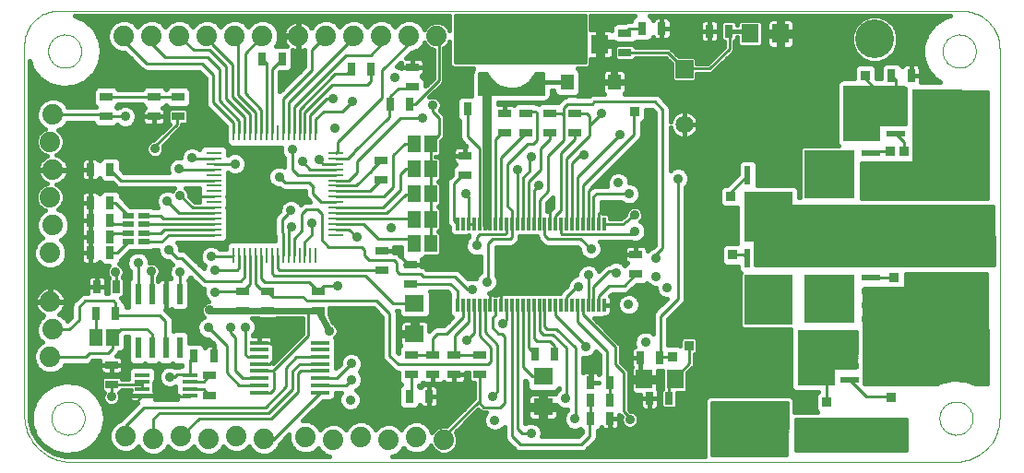
<source format=gtl>
G75*
G70*
%OFA0B0*%
%FSLAX24Y24*%
%IPPOS*%
%LPD*%
%AMOC8*
5,1,8,0,0,1.08239X$1,22.5*
%
%ADD10C,0.0000*%
%ADD11R,0.0472X0.0315*%
%ADD12C,0.0740*%
%ADD13R,0.0580X0.0110*%
%ADD14R,0.0110X0.0580*%
%ADD15R,0.0120X0.0460*%
%ADD16R,0.2500X0.1420*%
%ADD17R,0.0397X0.0397*%
%ADD18R,0.0315X0.0472*%
%ADD19R,0.0500X0.0579*%
%ADD20R,0.0630X0.0709*%
%ADD21R,0.0709X0.0630*%
%ADD22R,0.0460X0.0630*%
%ADD23R,0.0394X0.0197*%
%ADD24R,0.0472X0.0551*%
%ADD25R,0.0220X0.0780*%
%ADD26R,0.0098X0.0098*%
%ADD27C,0.0050*%
%ADD28C,0.1400*%
%ADD29C,0.0650*%
%ADD30R,0.0650X0.0650*%
%ADD31R,0.1380X0.2000*%
%ADD32R,0.0650X0.0236*%
%ADD33R,0.1811X0.1772*%
%ADD34R,0.0236X0.0650*%
%ADD35R,0.1772X0.1811*%
%ADD36R,0.0800X0.0800*%
%ADD37C,0.0800*%
%ADD38R,0.0560X0.0170*%
%ADD39R,0.0660X0.0140*%
%ADD40C,0.0160*%
%ADD41C,0.0100*%
%ADD42C,0.0356*%
%ADD43R,0.0356X0.0356*%
%ADD44C,0.0120*%
%ADD45C,0.0240*%
%ADD46C,0.0320*%
D10*
X001850Y000180D02*
X033829Y000180D01*
X033241Y001755D02*
X033243Y001804D01*
X033249Y001852D01*
X033259Y001900D01*
X033273Y001947D01*
X033290Y001993D01*
X033311Y002037D01*
X033336Y002079D01*
X033364Y002119D01*
X033396Y002157D01*
X033430Y002192D01*
X033467Y002224D01*
X033506Y002253D01*
X033548Y002279D01*
X033592Y002301D01*
X033637Y002319D01*
X033684Y002334D01*
X033731Y002345D01*
X033780Y002352D01*
X033829Y002355D01*
X033878Y002354D01*
X033926Y002349D01*
X033975Y002340D01*
X034022Y002327D01*
X034068Y002310D01*
X034112Y002290D01*
X034155Y002266D01*
X034196Y002239D01*
X034234Y002208D01*
X034270Y002175D01*
X034302Y002139D01*
X034332Y002100D01*
X034359Y002059D01*
X034382Y002015D01*
X034401Y001970D01*
X034417Y001924D01*
X034429Y001877D01*
X034437Y001828D01*
X034441Y001779D01*
X034441Y001731D01*
X034437Y001682D01*
X034429Y001633D01*
X034417Y001586D01*
X034401Y001540D01*
X034382Y001495D01*
X034359Y001451D01*
X034332Y001410D01*
X034302Y001371D01*
X034270Y001335D01*
X034234Y001302D01*
X034196Y001271D01*
X034155Y001244D01*
X034112Y001220D01*
X034068Y001200D01*
X034022Y001183D01*
X033975Y001170D01*
X033926Y001161D01*
X033878Y001156D01*
X033829Y001155D01*
X033780Y001158D01*
X033731Y001165D01*
X033684Y001176D01*
X033637Y001191D01*
X033592Y001209D01*
X033548Y001231D01*
X033506Y001257D01*
X033467Y001286D01*
X033430Y001318D01*
X033396Y001353D01*
X033364Y001391D01*
X033336Y001431D01*
X033311Y001473D01*
X033290Y001517D01*
X033273Y001563D01*
X033259Y001610D01*
X033249Y001658D01*
X033243Y001706D01*
X033241Y001755D01*
X033829Y000180D02*
X033907Y000182D01*
X033985Y000188D01*
X034062Y000197D01*
X034139Y000210D01*
X034215Y000228D01*
X034290Y000248D01*
X034364Y000273D01*
X034436Y000301D01*
X034508Y000332D01*
X034577Y000367D01*
X034645Y000406D01*
X034711Y000447D01*
X034774Y000492D01*
X034836Y000540D01*
X034895Y000591D01*
X034951Y000645D01*
X035005Y000701D01*
X035056Y000760D01*
X035104Y000822D01*
X035149Y000885D01*
X035190Y000951D01*
X035229Y001019D01*
X035264Y001088D01*
X035295Y001160D01*
X035323Y001232D01*
X035348Y001306D01*
X035368Y001381D01*
X035386Y001457D01*
X035399Y001534D01*
X035408Y001611D01*
X035414Y001689D01*
X035416Y001767D01*
X035416Y015115D01*
X035414Y015186D01*
X035409Y015258D01*
X035399Y015328D01*
X035386Y015399D01*
X035370Y015468D01*
X035349Y015536D01*
X035325Y015604D01*
X035298Y015670D01*
X035267Y015734D01*
X035233Y015797D01*
X035196Y015858D01*
X035155Y015917D01*
X035112Y015973D01*
X035066Y016028D01*
X035016Y016079D01*
X034965Y016129D01*
X034910Y016175D01*
X034854Y016218D01*
X034795Y016259D01*
X034734Y016296D01*
X034671Y016330D01*
X034607Y016361D01*
X034541Y016388D01*
X034473Y016412D01*
X034405Y016433D01*
X034336Y016449D01*
X034265Y016462D01*
X034195Y016472D01*
X034123Y016477D01*
X034052Y016479D01*
X001410Y016479D01*
X001341Y016477D01*
X001272Y016471D01*
X001204Y016462D01*
X001136Y016448D01*
X001069Y016431D01*
X001004Y016410D01*
X000939Y016385D01*
X000876Y016357D01*
X000815Y016326D01*
X000756Y016290D01*
X000698Y016252D01*
X000643Y016211D01*
X000590Y016166D01*
X000540Y016119D01*
X000493Y016069D01*
X000448Y016016D01*
X000407Y015961D01*
X000369Y015903D01*
X000333Y015844D01*
X000302Y015783D01*
X000274Y015720D01*
X000249Y015655D01*
X000228Y015590D01*
X000211Y015523D01*
X000197Y015455D01*
X000188Y015387D01*
X000182Y015318D01*
X000180Y015249D01*
X000180Y001850D01*
X001155Y001755D02*
X001157Y001804D01*
X001163Y001852D01*
X001173Y001900D01*
X001187Y001947D01*
X001204Y001993D01*
X001225Y002037D01*
X001250Y002079D01*
X001278Y002119D01*
X001310Y002157D01*
X001344Y002192D01*
X001381Y002224D01*
X001420Y002253D01*
X001462Y002279D01*
X001506Y002301D01*
X001551Y002319D01*
X001598Y002334D01*
X001645Y002345D01*
X001694Y002352D01*
X001743Y002355D01*
X001792Y002354D01*
X001840Y002349D01*
X001889Y002340D01*
X001936Y002327D01*
X001982Y002310D01*
X002026Y002290D01*
X002069Y002266D01*
X002110Y002239D01*
X002148Y002208D01*
X002184Y002175D01*
X002216Y002139D01*
X002246Y002100D01*
X002273Y002059D01*
X002296Y002015D01*
X002315Y001970D01*
X002331Y001924D01*
X002343Y001877D01*
X002351Y001828D01*
X002355Y001779D01*
X002355Y001731D01*
X002351Y001682D01*
X002343Y001633D01*
X002331Y001586D01*
X002315Y001540D01*
X002296Y001495D01*
X002273Y001451D01*
X002246Y001410D01*
X002216Y001371D01*
X002184Y001335D01*
X002148Y001302D01*
X002110Y001271D01*
X002069Y001244D01*
X002026Y001220D01*
X001982Y001200D01*
X001936Y001183D01*
X001889Y001170D01*
X001840Y001161D01*
X001792Y001156D01*
X001743Y001155D01*
X001694Y001158D01*
X001645Y001165D01*
X001598Y001176D01*
X001551Y001191D01*
X001506Y001209D01*
X001462Y001231D01*
X001420Y001257D01*
X001381Y001286D01*
X001344Y001318D01*
X001310Y001353D01*
X001278Y001391D01*
X001250Y001431D01*
X001225Y001473D01*
X001204Y001517D01*
X001187Y001563D01*
X001173Y001610D01*
X001163Y001658D01*
X001157Y001706D01*
X001155Y001755D01*
X000180Y001850D02*
X000182Y001768D01*
X000188Y001686D01*
X000198Y001605D01*
X000212Y001524D01*
X000230Y001444D01*
X000252Y001365D01*
X000278Y001287D01*
X000307Y001211D01*
X000340Y001136D01*
X000377Y001063D01*
X000418Y000991D01*
X000461Y000922D01*
X000509Y000855D01*
X000559Y000791D01*
X000613Y000728D01*
X000669Y000669D01*
X000728Y000613D01*
X000791Y000559D01*
X000855Y000509D01*
X000922Y000461D01*
X000991Y000418D01*
X001063Y000377D01*
X001136Y000340D01*
X001211Y000307D01*
X001287Y000278D01*
X001365Y000252D01*
X001444Y000230D01*
X001524Y000212D01*
X001605Y000198D01*
X001686Y000188D01*
X001768Y000182D01*
X001850Y000180D01*
X001037Y015023D02*
X001039Y015072D01*
X001045Y015120D01*
X001055Y015168D01*
X001069Y015215D01*
X001086Y015261D01*
X001107Y015305D01*
X001132Y015347D01*
X001160Y015387D01*
X001192Y015425D01*
X001226Y015460D01*
X001263Y015492D01*
X001302Y015521D01*
X001344Y015547D01*
X001388Y015569D01*
X001433Y015587D01*
X001480Y015602D01*
X001527Y015613D01*
X001576Y015620D01*
X001625Y015623D01*
X001674Y015622D01*
X001722Y015617D01*
X001771Y015608D01*
X001818Y015595D01*
X001864Y015578D01*
X001908Y015558D01*
X001951Y015534D01*
X001992Y015507D01*
X002030Y015476D01*
X002066Y015443D01*
X002098Y015407D01*
X002128Y015368D01*
X002155Y015327D01*
X002178Y015283D01*
X002197Y015238D01*
X002213Y015192D01*
X002225Y015145D01*
X002233Y015096D01*
X002237Y015047D01*
X002237Y014999D01*
X002233Y014950D01*
X002225Y014901D01*
X002213Y014854D01*
X002197Y014808D01*
X002178Y014763D01*
X002155Y014719D01*
X002128Y014678D01*
X002098Y014639D01*
X002066Y014603D01*
X002030Y014570D01*
X001992Y014539D01*
X001951Y014512D01*
X001908Y014488D01*
X001864Y014468D01*
X001818Y014451D01*
X001771Y014438D01*
X001722Y014429D01*
X001674Y014424D01*
X001625Y014423D01*
X001576Y014426D01*
X001527Y014433D01*
X001480Y014444D01*
X001433Y014459D01*
X001388Y014477D01*
X001344Y014499D01*
X001302Y014525D01*
X001263Y014554D01*
X001226Y014586D01*
X001192Y014621D01*
X001160Y014659D01*
X001132Y014699D01*
X001107Y014741D01*
X001086Y014785D01*
X001069Y014831D01*
X001055Y014878D01*
X001045Y014926D01*
X001039Y014974D01*
X001037Y015023D01*
X033360Y015023D02*
X033362Y015072D01*
X033368Y015120D01*
X033378Y015168D01*
X033392Y015215D01*
X033409Y015261D01*
X033430Y015305D01*
X033455Y015347D01*
X033483Y015387D01*
X033515Y015425D01*
X033549Y015460D01*
X033586Y015492D01*
X033625Y015521D01*
X033667Y015547D01*
X033711Y015569D01*
X033756Y015587D01*
X033803Y015602D01*
X033850Y015613D01*
X033899Y015620D01*
X033948Y015623D01*
X033997Y015622D01*
X034045Y015617D01*
X034094Y015608D01*
X034141Y015595D01*
X034187Y015578D01*
X034231Y015558D01*
X034274Y015534D01*
X034315Y015507D01*
X034353Y015476D01*
X034389Y015443D01*
X034421Y015407D01*
X034451Y015368D01*
X034478Y015327D01*
X034501Y015283D01*
X034520Y015238D01*
X034536Y015192D01*
X034548Y015145D01*
X034556Y015096D01*
X034560Y015047D01*
X034560Y014999D01*
X034556Y014950D01*
X034548Y014901D01*
X034536Y014854D01*
X034520Y014808D01*
X034501Y014763D01*
X034478Y014719D01*
X034451Y014678D01*
X034421Y014639D01*
X034389Y014603D01*
X034353Y014570D01*
X034315Y014539D01*
X034274Y014512D01*
X034231Y014488D01*
X034187Y014468D01*
X034141Y014451D01*
X034094Y014438D01*
X034045Y014429D01*
X033997Y014424D01*
X033948Y014423D01*
X033899Y014426D01*
X033850Y014433D01*
X033803Y014444D01*
X033756Y014459D01*
X033711Y014477D01*
X033667Y014499D01*
X033625Y014525D01*
X033586Y014554D01*
X033549Y014586D01*
X033515Y014621D01*
X033483Y014659D01*
X033455Y014699D01*
X033430Y014741D01*
X033409Y014785D01*
X033392Y014831D01*
X033378Y014878D01*
X033368Y014926D01*
X033362Y014974D01*
X033360Y015023D01*
D11*
X021881Y014968D03*
X021881Y015676D03*
X020062Y012779D03*
X019176Y012779D03*
X018298Y012779D03*
X017523Y012779D03*
X017523Y012070D03*
X018298Y012070D03*
X019176Y012070D03*
X020062Y012070D03*
X016093Y011251D03*
X016093Y010542D03*
X013070Y010365D03*
X013070Y011074D03*
X014208Y013731D03*
X014208Y014440D03*
X005731Y013369D03*
X004857Y013369D03*
X004857Y012660D03*
X005731Y012660D03*
X003133Y012660D03*
X003133Y013369D03*
X013109Y007818D03*
X014129Y007318D03*
X013109Y007109D03*
X014129Y006609D03*
X010810Y006349D03*
X010810Y005641D03*
X008979Y005645D03*
X008078Y005637D03*
X008078Y006345D03*
X008979Y006353D03*
X014156Y004042D03*
X014944Y004038D03*
X015711Y004046D03*
X016621Y004046D03*
X016621Y003338D03*
X015711Y003338D03*
X014944Y003330D03*
X014156Y003334D03*
X006873Y003290D03*
X006873Y002582D03*
X003330Y002975D03*
X003330Y003684D03*
X022274Y006971D03*
X022274Y007680D03*
D12*
X014337Y001057D03*
X013337Y000957D03*
X012337Y001057D03*
X011337Y000957D03*
X010337Y001057D03*
X008841Y001007D03*
X007841Y001107D03*
X006841Y001007D03*
X005841Y001107D03*
X004841Y001007D03*
X003841Y001107D03*
X001114Y003960D03*
X001214Y004960D03*
X001114Y005960D03*
X001114Y007735D03*
X001214Y008735D03*
X001114Y009735D03*
X001214Y010735D03*
X001114Y011735D03*
X001214Y012735D03*
X003782Y015574D03*
X004782Y015574D03*
X005782Y015574D03*
X006782Y015574D03*
X007782Y015574D03*
X008782Y015574D03*
X010078Y015574D03*
X011078Y015574D03*
X012078Y015574D03*
X013078Y015574D03*
X014078Y015574D03*
X015078Y015574D03*
X015337Y000957D03*
D13*
X011437Y008385D03*
X011437Y008585D03*
X011437Y008785D03*
X011437Y008975D03*
X011437Y009175D03*
X011437Y009375D03*
X011437Y009565D03*
X011437Y009765D03*
X011437Y009965D03*
X011437Y010165D03*
X011437Y010355D03*
X011437Y010555D03*
X011437Y010755D03*
X011437Y010945D03*
X011437Y011145D03*
X011437Y011345D03*
X007017Y011345D03*
X007017Y011145D03*
X007017Y010945D03*
X007017Y010755D03*
X007017Y010555D03*
X007017Y010355D03*
X007017Y010165D03*
X007017Y009965D03*
X007017Y009765D03*
X007017Y009565D03*
X007017Y009375D03*
X007017Y009175D03*
X007017Y008975D03*
X007017Y008785D03*
X007017Y008585D03*
X007017Y008385D03*
D14*
X007747Y007655D03*
X007947Y007655D03*
X008147Y007655D03*
X008337Y007655D03*
X008537Y007655D03*
X008737Y007655D03*
X008927Y007655D03*
X009127Y007655D03*
X009327Y007655D03*
X009527Y007655D03*
X009717Y007655D03*
X009917Y007655D03*
X010117Y007655D03*
X010307Y007655D03*
X010507Y007655D03*
X010707Y007655D03*
X010707Y012075D03*
X010507Y012075D03*
X010307Y012075D03*
X010117Y012075D03*
X009917Y012075D03*
X009717Y012075D03*
X009527Y012075D03*
X009327Y012075D03*
X009127Y012075D03*
X008927Y012075D03*
X008737Y012075D03*
X008537Y012075D03*
X008337Y012075D03*
X008147Y012075D03*
X007947Y012075D03*
X007747Y012075D03*
D15*
X015827Y008786D03*
X016027Y008786D03*
X016227Y008786D03*
X016417Y008786D03*
X016617Y008786D03*
X016817Y008786D03*
X017007Y008786D03*
X017207Y008786D03*
X017407Y008786D03*
X017597Y008786D03*
X017797Y008786D03*
X017997Y008786D03*
X018187Y008786D03*
X018387Y008786D03*
X018587Y008786D03*
X018787Y008786D03*
X018977Y008786D03*
X019177Y008786D03*
X019377Y008786D03*
X019567Y008786D03*
X019767Y008786D03*
X019967Y008786D03*
X020157Y008786D03*
X020357Y008786D03*
X020557Y008786D03*
X020747Y008786D03*
X020947Y008786D03*
X021147Y008786D03*
X021147Y005826D03*
X020947Y005826D03*
X020747Y005826D03*
X020557Y005826D03*
X020357Y005826D03*
X020157Y005826D03*
X019967Y005826D03*
X019767Y005826D03*
X019567Y005826D03*
X019377Y005826D03*
X019177Y005826D03*
X018977Y005826D03*
X018787Y005826D03*
X018587Y005826D03*
X018387Y005826D03*
X018187Y005826D03*
X017997Y005826D03*
X017797Y005826D03*
X017597Y005826D03*
X017407Y005826D03*
X017207Y005826D03*
X017007Y005826D03*
X016817Y005826D03*
X016617Y005826D03*
X016417Y005826D03*
X016227Y005826D03*
X016027Y005826D03*
X015827Y005826D03*
D16*
X018487Y007306D03*
D17*
X018487Y007306D03*
X018987Y007306D03*
X019487Y007306D03*
X019487Y006806D03*
X018987Y006806D03*
X018487Y006806D03*
X017987Y006806D03*
X017487Y006806D03*
X017487Y007306D03*
X017987Y007306D03*
X017987Y007806D03*
X017487Y007806D03*
X018487Y007806D03*
X018987Y007806D03*
X019487Y007806D03*
X026562Y008495D03*
X027062Y008495D03*
X027562Y008495D03*
X027562Y008995D03*
X027062Y008995D03*
X026562Y008995D03*
X026562Y009495D03*
X027062Y009495D03*
X027562Y009495D03*
X028708Y010074D03*
X029208Y010074D03*
X029708Y010074D03*
X029708Y010574D03*
X029208Y010574D03*
X028708Y010574D03*
X028708Y011074D03*
X029208Y011074D03*
X029708Y011074D03*
X032708Y012279D03*
X033208Y012279D03*
X033708Y012279D03*
X033708Y012779D03*
X033208Y012779D03*
X032708Y012779D03*
X032708Y013279D03*
X033208Y013279D03*
X033708Y013279D03*
X029708Y006586D03*
X029208Y006586D03*
X028708Y006586D03*
X028708Y006086D03*
X029208Y006086D03*
X029708Y006086D03*
X029708Y005586D03*
X029208Y005586D03*
X028708Y005586D03*
X027562Y005479D03*
X027062Y005479D03*
X026562Y005479D03*
X026562Y005979D03*
X027062Y005979D03*
X027562Y005979D03*
X027562Y006479D03*
X027062Y006479D03*
X026562Y006479D03*
X031042Y004381D03*
X031542Y004381D03*
X032042Y004381D03*
X032042Y003881D03*
X031542Y003881D03*
X031042Y003881D03*
X031042Y003381D03*
X031542Y003381D03*
X032042Y003381D03*
D18*
X023475Y002471D03*
X022767Y002471D03*
X021337Y002389D03*
X020629Y002389D03*
X020621Y003027D03*
X021330Y003027D03*
X022432Y003936D03*
X023141Y003936D03*
X019326Y004062D03*
X018617Y004062D03*
X014798Y002546D03*
X014089Y002546D03*
X020629Y001739D03*
X021337Y001739D03*
X007023Y003991D03*
X006314Y003991D03*
X003467Y005546D03*
X002759Y005546D03*
X002794Y006495D03*
X003503Y006495D03*
X003271Y007727D03*
X002562Y007727D03*
X002562Y008318D03*
X003271Y008318D03*
X003271Y008908D03*
X002562Y008908D03*
X002562Y009550D03*
X003271Y009550D03*
X003278Y010747D03*
X002570Y010747D03*
X008778Y014747D03*
X009487Y014747D03*
X011999Y014373D03*
X012708Y014373D03*
X013404Y013105D03*
X014113Y013105D03*
X016188Y012936D03*
X016897Y012936D03*
X022503Y015842D03*
X023211Y015842D03*
X024936Y015751D03*
X025645Y015751D03*
X031511Y014153D03*
X032219Y014153D03*
D19*
X021487Y013901D03*
X019794Y013901D03*
D20*
X019877Y015286D03*
X020979Y015286D03*
X026400Y015656D03*
X027503Y015656D03*
X023684Y003156D03*
X022582Y003156D03*
D21*
X018916Y003259D03*
X018916Y002156D03*
X014278Y004802D03*
X014278Y005905D03*
D22*
X014250Y008062D03*
X014850Y008062D03*
X014850Y008952D03*
X014250Y008952D03*
X014250Y009857D03*
X014850Y009857D03*
X014850Y010763D03*
X014250Y010763D03*
X014250Y011676D03*
X014850Y011676D03*
X003358Y004676D03*
X002758Y004676D03*
D23*
X003940Y008133D03*
X003940Y008448D03*
X003940Y008763D03*
X003940Y009078D03*
X004491Y009078D03*
X004491Y008763D03*
X004491Y008448D03*
X004491Y008133D03*
D24*
X027243Y000991D03*
X028424Y000991D03*
D25*
X005784Y004305D03*
X005284Y004305D03*
X004784Y004305D03*
X004284Y004305D03*
X004284Y006245D03*
X004784Y006245D03*
X005284Y006245D03*
X005784Y006245D03*
D26*
X017790Y013562D03*
X017774Y015696D03*
D27*
X017715Y015574D02*
X017554Y015550D01*
X017389Y015491D01*
X017227Y015401D01*
X017129Y015314D01*
X017054Y015235D01*
X016956Y015105D01*
X016912Y015015D01*
X016601Y015015D01*
X016601Y015802D01*
X018963Y015802D01*
X018963Y015015D01*
X018649Y015015D01*
X018582Y015145D01*
X018432Y015322D01*
X018282Y015436D01*
X018097Y015523D01*
X017908Y015570D01*
X017715Y015574D01*
X017585Y015555D02*
X016601Y015555D01*
X016601Y015603D02*
X018963Y015603D01*
X018963Y015555D02*
X017969Y015555D01*
X018132Y015506D02*
X018963Y015506D01*
X018963Y015458D02*
X018236Y015458D01*
X018318Y015409D02*
X018963Y015409D01*
X018963Y015361D02*
X018381Y015361D01*
X018440Y015312D02*
X018963Y015312D01*
X018963Y015264D02*
X018481Y015264D01*
X018522Y015215D02*
X018963Y015215D01*
X018963Y015167D02*
X018563Y015167D01*
X018595Y015118D02*
X018963Y015118D01*
X018963Y015070D02*
X018620Y015070D01*
X018645Y015021D02*
X018963Y015021D01*
X018963Y015652D02*
X016601Y015652D01*
X016601Y015700D02*
X018963Y015700D01*
X018963Y015749D02*
X016601Y015749D01*
X016601Y015797D02*
X018963Y015797D01*
X017431Y015506D02*
X016601Y015506D01*
X016601Y015458D02*
X017329Y015458D01*
X017243Y015409D02*
X016601Y015409D01*
X016601Y015361D02*
X017182Y015361D01*
X017127Y015312D02*
X016601Y015312D01*
X016601Y015264D02*
X017081Y015264D01*
X017039Y015215D02*
X016601Y015215D01*
X016601Y015167D02*
X017002Y015167D01*
X016965Y015118D02*
X016601Y015118D01*
X016601Y015070D02*
X016939Y015070D01*
X016915Y015021D02*
X016601Y015021D01*
X016601Y014227D02*
X016601Y013440D01*
X018963Y013440D01*
X018963Y014227D01*
X018649Y014227D01*
X018582Y014097D01*
X018432Y013920D01*
X018282Y013806D01*
X018097Y013719D01*
X017908Y013672D01*
X017715Y013668D01*
X017554Y013692D01*
X017389Y013751D01*
X017227Y013842D01*
X017129Y013928D01*
X017054Y014007D01*
X016956Y014137D01*
X016912Y014227D01*
X016601Y014227D01*
X016601Y014197D02*
X016927Y014197D01*
X016950Y014148D02*
X016601Y014148D01*
X016601Y014100D02*
X016984Y014100D01*
X017020Y014051D02*
X016601Y014051D01*
X016601Y014003D02*
X017058Y014003D01*
X017104Y013954D02*
X016601Y013954D01*
X016601Y013906D02*
X017154Y013906D01*
X017209Y013857D02*
X016601Y013857D01*
X016601Y013809D02*
X017286Y013809D01*
X017372Y013760D02*
X016601Y013760D01*
X016601Y013712D02*
X017499Y013712D01*
X018066Y013712D02*
X018963Y013712D01*
X018963Y013760D02*
X018184Y013760D01*
X018286Y013809D02*
X018963Y013809D01*
X018963Y013857D02*
X018349Y013857D01*
X018413Y013906D02*
X018963Y013906D01*
X018963Y013954D02*
X018461Y013954D01*
X018502Y014003D02*
X018963Y014003D01*
X018963Y014051D02*
X018543Y014051D01*
X018583Y014100D02*
X018963Y014100D01*
X018963Y014148D02*
X018608Y014148D01*
X018633Y014197D02*
X018963Y014197D01*
X018963Y013663D02*
X016601Y013663D01*
X016601Y013615D02*
X018963Y013615D01*
X018963Y013566D02*
X016601Y013566D01*
X016601Y013518D02*
X018963Y013518D01*
X018963Y013469D02*
X016601Y013469D01*
D28*
X028904Y015456D03*
X030904Y015456D03*
X025786Y001125D03*
X023786Y001125D03*
D29*
X024017Y012372D03*
D30*
X024017Y014372D03*
D31*
X028812Y012767D03*
X030442Y012767D03*
X028789Y003948D03*
X027159Y003948D03*
D32*
X029999Y004131D03*
X029999Y004631D03*
X030751Y005336D03*
X030751Y005836D03*
X030751Y006336D03*
X030751Y006836D03*
X030751Y009824D03*
X030751Y010324D03*
X030751Y010824D03*
X030751Y011324D03*
X031664Y012029D03*
X031664Y012529D03*
X031664Y013029D03*
X031664Y013529D03*
X029999Y003631D03*
X029999Y003131D03*
D33*
X031495Y003881D03*
X029255Y006086D03*
X029255Y010574D03*
X033160Y012779D03*
D34*
X027812Y010538D03*
X027312Y010538D03*
X026812Y010538D03*
X026312Y010538D03*
X026312Y007523D03*
X026812Y007523D03*
X027312Y007523D03*
X027812Y007523D03*
D35*
X027062Y006027D03*
X027062Y009042D03*
D36*
X034302Y010338D03*
D37*
X034302Y008369D03*
X034302Y006401D03*
D38*
X006158Y003316D03*
X006158Y003066D03*
X006158Y002806D03*
X006158Y002556D03*
X004438Y002556D03*
X004438Y002806D03*
X004438Y003066D03*
X004438Y003316D03*
D39*
X008649Y003206D03*
X008649Y003456D03*
X008649Y003716D03*
X008649Y003966D03*
X008649Y004226D03*
X008649Y004486D03*
X010869Y004486D03*
X010869Y004226D03*
X010869Y003966D03*
X010869Y003716D03*
X010869Y003456D03*
X010869Y003206D03*
X010869Y002946D03*
X010869Y002686D03*
X008649Y002686D03*
X008649Y002946D03*
D40*
X001219Y000532D02*
X000851Y000773D01*
X000851Y000773D01*
X000851Y000773D01*
X000581Y001120D01*
X000581Y001120D01*
X000438Y001535D01*
X000438Y001975D01*
X000581Y002390D01*
X000581Y002390D01*
X000851Y002737D01*
X000851Y002737D01*
X000851Y002737D01*
X001219Y002977D01*
X001219Y002977D01*
X001645Y003085D01*
X001645Y003085D01*
X002083Y003049D01*
X002083Y003049D01*
X002485Y002873D01*
X002485Y002873D01*
X002808Y002575D01*
X002808Y002575D01*
X003017Y002188D01*
X003017Y002188D01*
X003090Y001755D01*
X003017Y001321D01*
X002808Y000935D01*
X002808Y000935D01*
X002485Y000637D01*
X002485Y000637D01*
X002083Y000461D01*
X002083Y000461D01*
X001645Y000424D01*
X001645Y000424D01*
X001219Y000532D01*
X001219Y000532D01*
X001239Y000497D02*
X001358Y000497D01*
X001280Y000474D02*
X000943Y000668D01*
X000668Y000943D01*
X000473Y001280D01*
X000373Y001656D01*
X000360Y001850D01*
X000360Y014686D01*
X000463Y014387D01*
X000733Y014040D01*
X001100Y013800D01*
X001526Y013692D01*
X001526Y013692D01*
X001964Y013728D01*
X001964Y013728D01*
X002367Y013905D01*
X002690Y014203D01*
X002899Y014589D01*
X002899Y014589D01*
X002972Y015023D01*
X002899Y015456D01*
X002690Y015843D01*
X002367Y016140D01*
X002367Y016140D01*
X002004Y016299D01*
X015541Y016299D01*
X015541Y015787D01*
X015510Y015863D01*
X015367Y016006D01*
X015179Y016084D01*
X014976Y016084D01*
X014789Y016006D01*
X014645Y015863D01*
X014626Y015817D01*
X014586Y015914D01*
X014418Y016082D01*
X014197Y016174D01*
X013958Y016174D01*
X013738Y016082D01*
X013578Y015922D01*
X013418Y016082D01*
X013197Y016174D01*
X012958Y016174D01*
X012738Y016082D01*
X012578Y015922D01*
X012418Y016082D01*
X012197Y016174D01*
X011958Y016174D01*
X011738Y016082D01*
X011578Y015922D01*
X011418Y016082D01*
X011197Y016174D01*
X010958Y016174D01*
X010738Y016082D01*
X010569Y015914D01*
X010548Y015862D01*
X010497Y015932D01*
X010436Y015993D01*
X010366Y016044D01*
X010289Y016084D01*
X010206Y016110D01*
X010121Y016124D01*
X010098Y016124D01*
X010098Y015594D01*
X010058Y015594D01*
X010058Y016124D01*
X010034Y016124D01*
X009949Y016110D01*
X009867Y016084D01*
X009789Y016044D01*
X009719Y015993D01*
X009658Y015932D01*
X009607Y015862D01*
X009568Y015785D01*
X009541Y015703D01*
X009528Y015617D01*
X009528Y015594D01*
X010058Y015594D01*
X010058Y015554D01*
X010098Y015554D01*
X010098Y015024D01*
X010121Y015024D01*
X010206Y015037D01*
X010289Y015064D01*
X010302Y015071D01*
X010302Y014469D01*
X009407Y013575D01*
X009407Y014271D01*
X009417Y014281D01*
X009740Y014281D01*
X009875Y014416D01*
X009875Y015061D01*
X009949Y015037D01*
X010034Y015024D01*
X010058Y015024D01*
X010058Y015554D01*
X009528Y015554D01*
X009528Y015531D01*
X009541Y015445D01*
X009568Y015363D01*
X009607Y015286D01*
X009658Y015216D01*
X009660Y015213D01*
X009270Y015213D01*
X009291Y015234D01*
X009382Y015454D01*
X009382Y015693D01*
X009291Y015914D01*
X009122Y016082D01*
X008902Y016174D01*
X008663Y016174D01*
X008442Y016082D01*
X008282Y015922D01*
X008122Y016082D01*
X007902Y016174D01*
X007663Y016174D01*
X007442Y016082D01*
X007282Y015922D01*
X007122Y016082D01*
X006902Y016174D01*
X006663Y016174D01*
X006442Y016082D01*
X006282Y015922D01*
X006122Y016082D01*
X005902Y016174D01*
X005663Y016174D01*
X005442Y016082D01*
X005282Y015922D01*
X005122Y016082D01*
X004902Y016174D01*
X004663Y016174D01*
X004442Y016082D01*
X004282Y015922D01*
X004122Y016082D01*
X003902Y016174D01*
X003663Y016174D01*
X003442Y016082D01*
X003274Y015914D01*
X003182Y015693D01*
X003182Y015454D01*
X003274Y015234D01*
X003442Y015065D01*
X003663Y014974D01*
X003805Y014974D01*
X004372Y014407D01*
X004451Y014329D01*
X004553Y014286D01*
X006489Y014286D01*
X006735Y014041D01*
X006735Y013101D01*
X006777Y012998D01*
X007462Y012313D01*
X007462Y011690D01*
X007597Y011555D01*
X009453Y011555D01*
X009453Y011402D01*
X009515Y011252D01*
X009581Y011186D01*
X009581Y010841D01*
X009470Y010887D01*
X009307Y010887D01*
X009157Y010825D01*
X009043Y010711D01*
X008981Y010561D01*
X008981Y010398D01*
X009043Y010248D01*
X009157Y010133D01*
X009307Y010071D01*
X009401Y010071D01*
X009451Y010021D01*
X009553Y009979D01*
X010333Y009979D01*
X010333Y009809D01*
X010376Y009707D01*
X010454Y009628D01*
X010504Y009578D01*
X010325Y009578D01*
X010222Y009536D01*
X010165Y009478D01*
X010160Y009490D01*
X010045Y009605D01*
X009895Y009667D01*
X009733Y009667D01*
X009583Y009605D01*
X009468Y009490D01*
X009406Y009340D01*
X009406Y009243D01*
X009254Y009091D01*
X009211Y008988D01*
X009211Y008420D01*
X009247Y008332D01*
X009247Y008175D01*
X007597Y008175D01*
X007462Y008040D01*
X007462Y007885D01*
X007221Y007885D01*
X007155Y007951D01*
X007005Y008013D01*
X006843Y008013D01*
X006693Y007951D01*
X006578Y007836D01*
X006516Y007686D01*
X006516Y007524D01*
X006578Y007374D01*
X006691Y007261D01*
X006662Y007190D01*
X006662Y007157D01*
X006106Y007713D01*
X006028Y007792D01*
X005925Y007834D01*
X005805Y007834D01*
X005805Y007923D01*
X005743Y008073D01*
X005710Y008105D01*
X006627Y008105D01*
X006632Y008100D01*
X007403Y008100D01*
X007537Y008235D01*
X007537Y009325D01*
X007493Y009370D01*
X007537Y009415D01*
X007537Y009715D01*
X007488Y009765D01*
X007537Y009815D01*
X007537Y010628D01*
X007563Y010602D01*
X007713Y010540D01*
X007875Y010540D01*
X008025Y010602D01*
X008140Y010717D01*
X008202Y010867D01*
X008202Y011029D01*
X008140Y011179D01*
X008025Y011294D01*
X007875Y011356D01*
X007713Y011356D01*
X007563Y011294D01*
X007537Y011268D01*
X007537Y011495D01*
X007403Y011630D01*
X006632Y011630D01*
X006497Y011495D01*
X006497Y011472D01*
X006462Y011506D01*
X006312Y011569D01*
X006150Y011569D01*
X006000Y011506D01*
X005885Y011392D01*
X005823Y011242D01*
X005823Y011187D01*
X005685Y011187D01*
X005535Y011125D01*
X005421Y011010D01*
X005359Y010860D01*
X005359Y010697D01*
X005384Y010635D01*
X003786Y010635D01*
X003666Y010756D01*
X003666Y011079D01*
X003531Y011213D01*
X003026Y011213D01*
X002891Y011079D01*
X002891Y011060D01*
X002871Y011094D01*
X002838Y011127D01*
X002797Y011151D01*
X002751Y011163D01*
X002570Y011163D01*
X002570Y010747D01*
X002570Y010331D01*
X002751Y010331D01*
X002797Y010343D01*
X002838Y010367D01*
X002871Y010400D01*
X002891Y010434D01*
X002891Y010416D01*
X003026Y010281D01*
X003349Y010281D01*
X003512Y010118D01*
X003615Y010075D01*
X005605Y010075D01*
X005532Y010002D01*
X005520Y009972D01*
X005419Y010013D01*
X005256Y010013D01*
X005106Y009951D01*
X004992Y009836D01*
X004929Y009686D01*
X004929Y009524D01*
X004992Y009374D01*
X005008Y009358D01*
X004832Y009358D01*
X004783Y009406D01*
X004007Y009406D01*
X003658Y009756D01*
X003658Y009882D01*
X003523Y010016D01*
X003018Y010016D01*
X002883Y009882D01*
X002883Y009863D01*
X002863Y009897D01*
X002830Y009930D01*
X002789Y009954D01*
X002743Y009966D01*
X002562Y009966D01*
X002562Y009550D01*
X002562Y008908D01*
X002562Y008318D01*
X002562Y008318D01*
X002562Y008734D01*
X002562Y008908D01*
X002562Y008908D01*
X002224Y008908D01*
X002224Y008649D01*
X002234Y008613D01*
X002224Y008578D01*
X002224Y008318D01*
X002562Y008318D01*
X002562Y007727D01*
X002562Y007311D01*
X002743Y007311D01*
X002789Y007323D01*
X002830Y007347D01*
X002863Y007381D01*
X002883Y007415D01*
X002883Y007396D01*
X003018Y007261D01*
X003244Y007261D01*
X003202Y007219D01*
X003153Y007102D01*
X003153Y006975D01*
X003202Y006858D01*
X003238Y006822D01*
X003205Y006789D01*
X003205Y006271D01*
X003132Y006271D01*
X003132Y006495D01*
X002794Y006495D01*
X002457Y006495D01*
X002457Y006271D01*
X002317Y006271D01*
X002214Y006229D01*
X002136Y006150D01*
X001911Y005925D01*
X001869Y005822D01*
X001869Y005414D01*
X001732Y005278D01*
X001723Y005300D01*
X001554Y005468D01*
X001439Y005516D01*
X001473Y005540D01*
X001534Y005601D01*
X001585Y005671D01*
X001624Y005749D01*
X001651Y005831D01*
X001664Y005916D01*
X001664Y005940D01*
X001134Y005940D01*
X001134Y005980D01*
X001094Y005980D01*
X001094Y006510D01*
X001071Y006510D01*
X000985Y006496D01*
X000903Y006469D01*
X000826Y006430D01*
X000756Y006379D01*
X000695Y006318D01*
X000644Y006248D01*
X000605Y006171D01*
X000578Y006088D01*
X000564Y006003D01*
X000564Y005980D01*
X001094Y005980D01*
X001094Y005940D01*
X000564Y005940D01*
X000564Y005916D01*
X000578Y005831D01*
X000605Y005749D01*
X000644Y005671D01*
X000695Y005601D01*
X000756Y005540D01*
X000826Y005489D01*
X000872Y005466D01*
X000706Y005300D01*
X000614Y005079D01*
X000614Y004840D01*
X000706Y004620D01*
X000833Y004493D01*
X000774Y004468D01*
X000606Y004300D01*
X000514Y004079D01*
X000514Y003840D01*
X000606Y003620D01*
X000774Y003451D01*
X000995Y003360D01*
X001234Y003360D01*
X001454Y003451D01*
X001623Y003620D01*
X001648Y003680D01*
X002440Y003680D01*
X002543Y003722D01*
X002658Y003837D01*
X002913Y003837D01*
X002913Y003684D01*
X002913Y003503D01*
X002926Y003457D01*
X002949Y003416D01*
X002983Y003383D01*
X003024Y003359D01*
X003070Y003347D01*
X003330Y003347D01*
X003590Y003347D01*
X003635Y003359D01*
X003676Y003383D01*
X003710Y003416D01*
X003734Y003457D01*
X003746Y003503D01*
X003746Y003684D01*
X003330Y003684D01*
X003330Y003684D01*
X003746Y003684D01*
X003746Y003865D01*
X003734Y003911D01*
X003710Y003952D01*
X003676Y003986D01*
X003635Y004009D01*
X003590Y004022D01*
X003504Y004022D01*
X003520Y004037D01*
X003598Y004116D01*
X003605Y004131D01*
X003683Y004131D01*
X003818Y004266D01*
X003818Y004699D01*
X003944Y004699D01*
X003944Y003819D01*
X004079Y003685D01*
X004490Y003685D01*
X004534Y003729D01*
X004579Y003685D01*
X004990Y003685D01*
X005034Y003729D01*
X005079Y003685D01*
X005490Y003685D01*
X005534Y003729D01*
X005579Y003685D01*
X005878Y003685D01*
X005878Y003631D01*
X005783Y003631D01*
X005762Y003610D01*
X005636Y003610D01*
X005629Y003607D01*
X005513Y003655D01*
X005351Y003655D01*
X005201Y003593D01*
X005086Y003478D01*
X005024Y003328D01*
X005024Y003166D01*
X005086Y003016D01*
X005201Y002901D01*
X005351Y002839D01*
X005513Y002839D01*
X005648Y002895D01*
X005648Y002626D01*
X005698Y002576D01*
X005698Y002556D01*
X005698Y002447D01*
X005703Y002429D01*
X004893Y002429D01*
X004898Y002447D01*
X004898Y002556D01*
X004438Y002556D01*
X003978Y002556D01*
X003978Y002447D01*
X003990Y002402D01*
X004014Y002361D01*
X004048Y002327D01*
X004089Y002303D01*
X004134Y002291D01*
X004257Y002291D01*
X003638Y001672D01*
X003502Y001616D01*
X003333Y001447D01*
X003241Y001226D01*
X003241Y000988D01*
X003333Y000767D01*
X003502Y000598D01*
X003722Y000507D01*
X003961Y000507D01*
X004181Y000598D01*
X004309Y000725D01*
X004333Y000667D01*
X004502Y000498D01*
X004722Y000407D01*
X004961Y000407D01*
X005181Y000498D01*
X005350Y000667D01*
X005374Y000725D01*
X005502Y000598D01*
X005722Y000507D01*
X005961Y000507D01*
X006181Y000598D01*
X006309Y000725D01*
X006333Y000667D01*
X006502Y000498D01*
X006722Y000407D01*
X006961Y000407D01*
X007181Y000498D01*
X007350Y000667D01*
X007374Y000725D01*
X007502Y000598D01*
X007722Y000507D01*
X007961Y000507D01*
X008181Y000598D01*
X008309Y000725D01*
X008333Y000667D01*
X008502Y000498D01*
X008722Y000407D01*
X008961Y000407D01*
X009181Y000498D01*
X009350Y000667D01*
X009424Y000844D01*
X009737Y001158D01*
X009737Y000938D01*
X009829Y000717D01*
X009998Y000548D01*
X010218Y000457D01*
X010457Y000457D01*
X010677Y000548D01*
X010805Y000675D01*
X010829Y000617D01*
X010998Y000448D01*
X011210Y000360D01*
X001850Y000360D01*
X001656Y000373D01*
X001280Y000474D01*
X001030Y000656D02*
X000965Y000656D01*
X000818Y000814D02*
X000797Y000814D01*
X000695Y000973D02*
X000651Y000973D01*
X000577Y001131D02*
X000559Y001131D01*
X000522Y001290D02*
X000471Y001290D01*
X000468Y001448D02*
X000428Y001448D01*
X000438Y001607D02*
X000386Y001607D01*
X000366Y001765D02*
X000438Y001765D01*
X000438Y001924D02*
X000360Y001924D01*
X000360Y002082D02*
X000475Y002082D01*
X000529Y002241D02*
X000360Y002241D01*
X000360Y002399D02*
X000588Y002399D01*
X000711Y002558D02*
X000360Y002558D01*
X000360Y002716D02*
X000834Y002716D01*
X001061Y002875D02*
X000360Y002875D01*
X000360Y003033D02*
X001438Y003033D01*
X002119Y003033D02*
X002953Y003033D01*
X002953Y003191D02*
X002953Y002760D01*
X003035Y002678D01*
X003050Y002678D01*
X003011Y002586D01*
X003011Y002459D01*
X003060Y002342D01*
X003149Y002253D01*
X003266Y002205D01*
X003393Y002205D01*
X003510Y002253D01*
X003599Y002342D01*
X003648Y002459D01*
X003648Y002586D01*
X003610Y002678D01*
X003624Y002678D01*
X003706Y002760D01*
X003706Y002785D01*
X004018Y002785D01*
X004018Y002756D01*
X004014Y002752D01*
X003990Y002711D01*
X003978Y002665D01*
X003978Y002556D01*
X004438Y002556D01*
X004438Y002556D01*
X004438Y002556D01*
X004898Y002556D01*
X004898Y002665D01*
X004886Y002711D01*
X004862Y002752D01*
X004858Y002756D01*
X004858Y003046D01*
X004948Y003136D01*
X004948Y003496D01*
X004813Y003631D01*
X004063Y003631D01*
X003928Y003496D01*
X003928Y003165D01*
X003706Y003165D01*
X003706Y003191D01*
X003624Y003273D01*
X003035Y003273D01*
X002953Y003191D01*
X002954Y003192D02*
X000360Y003192D01*
X000360Y003350D02*
X003056Y003350D01*
X002913Y003509D02*
X001512Y003509D01*
X001643Y003667D02*
X002913Y003667D01*
X002913Y003684D02*
X003330Y003684D01*
X003330Y003347D01*
X003330Y003684D01*
X003330Y003684D01*
X003330Y003684D01*
X002913Y003684D01*
X002913Y003826D02*
X002647Y003826D01*
X003330Y003667D02*
X003330Y003667D01*
X003330Y003509D02*
X003330Y003509D01*
X003330Y003350D02*
X003330Y003350D01*
X003603Y003350D02*
X003928Y003350D01*
X003928Y003192D02*
X003705Y003192D01*
X003746Y003509D02*
X003940Y003509D01*
X003746Y003667D02*
X005878Y003667D01*
X005116Y003509D02*
X004936Y003509D01*
X004948Y003350D02*
X005033Y003350D01*
X005024Y003192D02*
X004948Y003192D01*
X004858Y003033D02*
X005079Y003033D01*
X005265Y002875D02*
X004858Y002875D01*
X004883Y002716D02*
X005648Y002716D01*
X005648Y002875D02*
X005599Y002875D01*
X005698Y002558D02*
X004898Y002558D01*
X004207Y002241D02*
X003480Y002241D01*
X003623Y002399D02*
X003992Y002399D01*
X003978Y002558D02*
X003648Y002558D01*
X003662Y002716D02*
X003994Y002716D01*
X003179Y002241D02*
X002989Y002241D01*
X003036Y002399D02*
X002903Y002399D01*
X002818Y002558D02*
X003011Y002558D01*
X002997Y002716D02*
X002655Y002716D01*
X002480Y002875D02*
X002953Y002875D01*
X003035Y002082D02*
X004048Y002082D01*
X003890Y001924D02*
X003062Y001924D01*
X003088Y001765D02*
X003731Y001765D01*
X003493Y001607D02*
X003065Y001607D01*
X003039Y001448D02*
X003334Y001448D01*
X003268Y001290D02*
X003000Y001290D01*
X003017Y001321D02*
X003017Y001321D01*
X002914Y001131D02*
X003241Y001131D01*
X003248Y000973D02*
X002829Y000973D01*
X002677Y000814D02*
X003313Y000814D01*
X003444Y000656D02*
X002505Y000656D01*
X002165Y000497D02*
X004504Y000497D01*
X004344Y000656D02*
X004239Y000656D01*
X005179Y000497D02*
X006504Y000497D01*
X006344Y000656D02*
X006239Y000656D01*
X005444Y000656D02*
X005339Y000656D01*
X007179Y000497D02*
X008504Y000497D01*
X008344Y000656D02*
X008239Y000656D01*
X007444Y000656D02*
X007339Y000656D01*
X009179Y000497D02*
X010121Y000497D01*
X009890Y000656D02*
X009339Y000656D01*
X009411Y000814D02*
X009789Y000814D01*
X009737Y000973D02*
X009552Y000973D01*
X009710Y001131D02*
X009737Y001131D01*
X010236Y001657D02*
X010965Y002386D01*
X011294Y002386D01*
X011429Y002520D01*
X011429Y002660D01*
X011618Y002660D01*
X011610Y002651D01*
X011547Y002501D01*
X011547Y002339D01*
X011610Y002189D01*
X011724Y002074D01*
X011874Y002012D01*
X012037Y002012D01*
X012187Y002074D01*
X012302Y002189D01*
X012364Y002339D01*
X012364Y002501D01*
X012302Y002651D01*
X012187Y002766D01*
X012169Y002774D01*
X012230Y002799D01*
X012345Y002914D01*
X012407Y003064D01*
X012407Y003226D01*
X012345Y003376D01*
X012283Y003438D01*
X012337Y003492D01*
X012399Y003642D01*
X012399Y003805D01*
X012337Y003955D01*
X012222Y004069D01*
X012072Y004132D01*
X011910Y004132D01*
X011760Y004069D01*
X011645Y003955D01*
X011583Y003805D01*
X011583Y003711D01*
X011429Y003557D01*
X011429Y004651D01*
X011414Y004665D01*
X011473Y004724D01*
X011522Y004841D01*
X011522Y004968D01*
X011473Y005085D01*
X011384Y005174D01*
X011346Y005190D01*
X011186Y005489D01*
X011186Y005723D01*
X012784Y005723D01*
X013089Y005418D01*
X013089Y003963D01*
X013132Y003860D01*
X013454Y003537D01*
X013533Y003458D01*
X013636Y003416D01*
X013690Y003416D01*
X013690Y003081D01*
X013798Y002973D01*
X013702Y002878D01*
X013702Y002215D01*
X013837Y002080D01*
X014342Y002080D01*
X014477Y002215D01*
X014477Y002234D01*
X014497Y002200D01*
X014530Y002166D01*
X014571Y002142D01*
X014617Y002130D01*
X014798Y002130D01*
X014798Y002546D01*
X014798Y002546D01*
X014798Y002130D01*
X014979Y002130D01*
X015025Y002142D01*
X015066Y002166D01*
X015100Y002200D01*
X015123Y002241D01*
X016212Y002241D01*
X016370Y002399D02*
X015136Y002399D01*
X015136Y002286D02*
X015136Y002546D01*
X014798Y002546D01*
X014798Y002546D01*
X014798Y002962D01*
X014617Y002962D01*
X014571Y002950D01*
X014530Y002927D01*
X014497Y002893D01*
X014477Y002859D01*
X014477Y002878D01*
X014436Y002918D01*
X014436Y002946D01*
X014488Y002946D01*
X014583Y003042D01*
X014597Y003028D01*
X014638Y003005D01*
X014684Y002992D01*
X014944Y002992D01*
X015204Y002992D01*
X015249Y003005D01*
X015291Y003028D01*
X015324Y003062D01*
X015330Y003072D01*
X015331Y003070D01*
X015365Y003036D01*
X015406Y003012D01*
X015452Y003000D01*
X015711Y003000D01*
X015711Y003338D01*
X015712Y003338D01*
X016128Y003338D01*
X016128Y003416D01*
X016245Y003416D01*
X016245Y003122D01*
X016327Y003040D01*
X016434Y003040D01*
X016435Y002908D01*
X016435Y002464D01*
X015438Y001467D01*
X015236Y001467D01*
X015049Y001389D01*
X014908Y001248D01*
X014846Y001397D01*
X014677Y001566D01*
X014457Y001657D01*
X014218Y001657D01*
X013998Y001566D01*
X013829Y001397D01*
X013805Y001338D01*
X013677Y001466D01*
X013457Y001557D01*
X013218Y001557D01*
X012998Y001466D01*
X012870Y001338D01*
X012846Y001397D01*
X012677Y001566D01*
X012457Y001657D01*
X012218Y001657D01*
X011998Y001566D01*
X011829Y001397D01*
X011805Y001338D01*
X011677Y001466D01*
X011457Y001557D01*
X011218Y001557D01*
X010998Y001466D01*
X010870Y001338D01*
X010846Y001397D01*
X010677Y001566D01*
X010457Y001657D01*
X010236Y001657D01*
X010344Y001765D02*
X015736Y001765D01*
X015578Y001607D02*
X014578Y001607D01*
X014795Y001448D02*
X015191Y001448D01*
X014949Y001290D02*
X014891Y001290D01*
X014097Y001607D02*
X012578Y001607D01*
X012795Y001448D02*
X012980Y001448D01*
X013695Y001448D02*
X013880Y001448D01*
X013835Y002082D02*
X012195Y002082D01*
X012323Y002241D02*
X013702Y002241D01*
X013702Y002399D02*
X012364Y002399D01*
X012340Y002558D02*
X013702Y002558D01*
X013702Y002716D02*
X012237Y002716D01*
X012306Y002875D02*
X013702Y002875D01*
X013738Y003033D02*
X012394Y003033D01*
X012407Y003192D02*
X013690Y003192D01*
X013690Y003350D02*
X012356Y003350D01*
X012344Y003509D02*
X013483Y003509D01*
X013325Y003667D02*
X012399Y003667D01*
X012390Y003826D02*
X013166Y003826D01*
X013089Y003984D02*
X012307Y003984D01*
X011675Y003984D02*
X011429Y003984D01*
X011429Y003826D02*
X011592Y003826D01*
X011539Y003667D02*
X011429Y003667D01*
X011429Y004143D02*
X013089Y004143D01*
X013089Y004301D02*
X011429Y004301D01*
X011429Y004460D02*
X013089Y004460D01*
X013089Y004618D02*
X011429Y004618D01*
X011495Y004777D02*
X013089Y004777D01*
X013089Y004935D02*
X011522Y004935D01*
X011464Y005094D02*
X013089Y005094D01*
X013089Y005252D02*
X011313Y005252D01*
X011228Y005411D02*
X013089Y005411D01*
X012938Y005569D02*
X011186Y005569D01*
X010226Y005385D02*
X010226Y004821D01*
X009159Y003730D01*
X009159Y003750D01*
X009209Y003800D01*
X009209Y004391D01*
X009159Y004441D01*
X009159Y004486D01*
X009159Y004579D01*
X009146Y004625D01*
X009123Y004666D01*
X009089Y004700D01*
X009048Y004723D01*
X009002Y004736D01*
X008649Y004736D01*
X008649Y004526D01*
X008649Y004526D01*
X008649Y004736D01*
X008448Y004736D01*
X008448Y004765D01*
X008506Y004823D01*
X008568Y004973D01*
X008568Y005135D01*
X008506Y005285D01*
X008412Y005380D01*
X008417Y005385D01*
X008648Y005385D01*
X008685Y005347D01*
X009273Y005347D01*
X009311Y005385D01*
X010226Y005385D01*
X010226Y005252D02*
X008520Y005252D01*
X008568Y005094D02*
X010226Y005094D01*
X010226Y004935D02*
X008553Y004935D01*
X008460Y004777D02*
X010183Y004777D01*
X010028Y004618D02*
X009148Y004618D01*
X009159Y004486D02*
X009114Y004486D01*
X009114Y004486D01*
X009159Y004486D01*
X009159Y004460D02*
X009873Y004460D01*
X009718Y004301D02*
X009209Y004301D01*
X009209Y004143D02*
X009563Y004143D01*
X009408Y003984D02*
X009209Y003984D01*
X009209Y003826D02*
X009253Y003826D01*
X008649Y004618D02*
X008649Y004618D01*
X007045Y004407D02*
X006834Y004618D01*
X006124Y004618D01*
X006124Y004460D02*
X006993Y004460D01*
X007023Y004407D02*
X006841Y004407D01*
X006796Y004395D01*
X006755Y004371D01*
X006721Y004338D01*
X006701Y004304D01*
X006701Y004323D01*
X006567Y004457D01*
X006124Y004457D01*
X006124Y004790D01*
X005990Y004925D01*
X005579Y004925D01*
X005562Y004908D01*
X005562Y005334D01*
X005520Y005437D01*
X005441Y005516D01*
X005282Y005675D01*
X005284Y005675D01*
X005284Y006245D01*
X005284Y006815D01*
X005151Y006815D01*
X005105Y006802D01*
X005064Y006779D01*
X005030Y006745D01*
X005013Y006714D01*
X004984Y006743D01*
X004984Y006826D01*
X005048Y006890D01*
X005097Y007007D01*
X005097Y007133D01*
X005048Y007250D01*
X004959Y007340D01*
X004842Y007388D01*
X004715Y007388D01*
X004694Y007379D01*
X004694Y007458D01*
X004632Y007608D01*
X004517Y007723D01*
X004367Y007785D01*
X004205Y007785D01*
X004055Y007723D01*
X003940Y007608D01*
X003878Y007458D01*
X003878Y007296D01*
X003940Y007146D01*
X004006Y007080D01*
X004006Y006792D01*
X003944Y006730D01*
X003944Y005767D01*
X003855Y005767D01*
X003855Y005878D01*
X003741Y005992D01*
X003705Y006079D01*
X003665Y006119D01*
X003718Y006119D01*
X003800Y006201D01*
X003800Y006789D01*
X003736Y006853D01*
X003741Y006858D01*
X003789Y006975D01*
X003789Y007102D01*
X003741Y007219D01*
X003652Y007308D01*
X003594Y007332D01*
X003658Y007396D01*
X003658Y007476D01*
X003693Y007490D01*
X004007Y007804D01*
X004783Y007804D01*
X004832Y007853D01*
X004988Y007853D01*
X004988Y007760D01*
X005051Y007610D01*
X005165Y007496D01*
X005315Y007433D01*
X005409Y007433D01*
X005520Y007322D01*
X005464Y007266D01*
X005402Y007116D01*
X005402Y006953D01*
X005464Y006803D01*
X005466Y006801D01*
X005464Y006802D01*
X005418Y006815D01*
X005284Y006815D01*
X005284Y006245D01*
X005284Y006245D01*
X005284Y006245D01*
X005284Y005675D01*
X005418Y005675D01*
X005464Y005687D01*
X005497Y005706D01*
X005579Y005625D01*
X005990Y005625D01*
X006124Y005759D01*
X006124Y006730D01*
X006103Y006751D01*
X006156Y006803D01*
X006176Y006851D01*
X006549Y006478D01*
X006652Y006436D01*
X006675Y006436D01*
X006662Y006403D01*
X006662Y006241D01*
X006724Y006091D01*
X006839Y005976D01*
X006842Y005975D01*
X006818Y005975D01*
X006701Y005926D01*
X006611Y005837D01*
X006563Y005720D01*
X006563Y005593D01*
X006611Y005476D01*
X006678Y005409D01*
X006591Y005373D01*
X006476Y005258D01*
X006414Y005108D01*
X006414Y004945D01*
X006476Y004795D01*
X006591Y004681D01*
X006741Y004618D01*
X006834Y004618D01*
X007023Y004407D02*
X007023Y003991D01*
X007023Y003991D01*
X007023Y004407D01*
X007045Y004407D01*
X007023Y004301D02*
X007023Y004301D01*
X007023Y004143D02*
X007023Y004143D01*
X006495Y004777D02*
X006124Y004777D01*
X006418Y004935D02*
X005562Y004935D01*
X005562Y005094D02*
X006414Y005094D01*
X006473Y005252D02*
X005562Y005252D01*
X005531Y005411D02*
X006677Y005411D01*
X006573Y005569D02*
X005388Y005569D01*
X005284Y005728D02*
X005284Y005728D01*
X005284Y005886D02*
X005284Y005886D01*
X005284Y006045D02*
X005284Y006045D01*
X005284Y006203D02*
X005284Y006203D01*
X005284Y006362D02*
X005284Y006362D01*
X005284Y006520D02*
X005284Y006520D01*
X005284Y006679D02*
X005284Y006679D01*
X005450Y006837D02*
X004996Y006837D01*
X005092Y006996D02*
X005402Y006996D01*
X005418Y007154D02*
X005088Y007154D01*
X004986Y007313D02*
X005511Y007313D01*
X005224Y007471D02*
X004689Y007471D01*
X004611Y007630D02*
X005043Y007630D01*
X004988Y007788D02*
X003991Y007788D01*
X003962Y007630D02*
X003833Y007630D01*
X003884Y007471D02*
X003658Y007471D01*
X003641Y007313D02*
X003878Y007313D01*
X003937Y007154D02*
X003768Y007154D01*
X003789Y006996D02*
X004006Y006996D01*
X004006Y006837D02*
X003752Y006837D01*
X003800Y006679D02*
X003944Y006679D01*
X003944Y006520D02*
X003800Y006520D01*
X003800Y006362D02*
X003944Y006362D01*
X003944Y006203D02*
X003800Y006203D01*
X003719Y006045D02*
X003944Y006045D01*
X003944Y005886D02*
X003847Y005886D01*
X003205Y006362D02*
X003132Y006362D01*
X003132Y006495D02*
X003132Y006755D01*
X003119Y006801D01*
X003096Y006842D01*
X003062Y006875D01*
X003021Y006899D01*
X002975Y006911D01*
X002794Y006911D01*
X002613Y006911D01*
X002567Y006899D01*
X002526Y006875D01*
X002493Y006842D01*
X002469Y006801D01*
X002457Y006755D01*
X002457Y006495D01*
X002794Y006495D01*
X002794Y006495D01*
X002794Y006911D01*
X002794Y006495D01*
X002794Y006495D01*
X002794Y006495D01*
X003132Y006495D01*
X003132Y006520D02*
X003205Y006520D01*
X003205Y006679D02*
X003132Y006679D01*
X003098Y006837D02*
X003223Y006837D01*
X003153Y006996D02*
X000360Y006996D01*
X000360Y007154D02*
X000949Y007154D01*
X000995Y007135D02*
X001234Y007135D01*
X001454Y007227D01*
X001623Y007395D01*
X001714Y007616D01*
X001714Y007855D01*
X001623Y008075D01*
X001496Y008202D01*
X001554Y008227D01*
X001723Y008395D01*
X001814Y008616D01*
X001814Y008855D01*
X001723Y009075D01*
X001554Y009244D01*
X001406Y009305D01*
X001547Y009446D01*
X001624Y009634D01*
X001624Y009837D01*
X001547Y010024D01*
X001403Y010168D01*
X001332Y010197D01*
X001343Y010199D01*
X001425Y010226D01*
X001503Y010265D01*
X001573Y010316D01*
X001634Y010377D01*
X001685Y010447D01*
X001724Y010524D01*
X001751Y010606D01*
X001764Y010692D01*
X001764Y010715D01*
X001234Y010715D01*
X001234Y010755D01*
X001764Y010755D01*
X001764Y010779D01*
X001751Y010864D01*
X001724Y010946D01*
X001685Y011023D01*
X001634Y011094D01*
X001573Y011155D01*
X001503Y011206D01*
X001425Y011245D01*
X001343Y011272D01*
X001332Y011273D01*
X001403Y011303D01*
X001547Y011446D01*
X001624Y011634D01*
X001624Y011837D01*
X001547Y012024D01*
X001406Y012165D01*
X001554Y012227D01*
X001723Y012395D01*
X001748Y012455D01*
X002667Y012455D01*
X002667Y012408D01*
X002801Y012273D01*
X003464Y012273D01*
X003548Y012357D01*
X003591Y012314D01*
X003741Y012252D01*
X003903Y012252D01*
X004053Y012314D01*
X004168Y012429D01*
X004230Y012579D01*
X004230Y012742D01*
X004168Y012892D01*
X004053Y013006D01*
X003903Y013069D01*
X003741Y013069D01*
X003591Y013006D01*
X003548Y012964D01*
X003497Y013015D01*
X003572Y013089D01*
X004418Y013089D01*
X004526Y012982D01*
X004544Y012982D01*
X004510Y012962D01*
X004477Y012928D01*
X004453Y012887D01*
X004441Y012842D01*
X004441Y012660D01*
X004441Y012479D01*
X004453Y012433D01*
X004477Y012392D01*
X004510Y012359D01*
X004551Y012335D01*
X004597Y012323D01*
X004857Y012323D01*
X004857Y012660D01*
X004857Y012660D01*
X004857Y012323D01*
X005117Y012323D01*
X005163Y012335D01*
X005204Y012359D01*
X005237Y012392D01*
X005261Y012433D01*
X005273Y012479D01*
X005273Y012660D01*
X004857Y012660D01*
X004441Y012660D01*
X004857Y012660D01*
X004857Y012660D01*
X004857Y012660D01*
X005273Y012660D01*
X005273Y012842D01*
X005261Y012887D01*
X005237Y012928D01*
X005204Y012962D01*
X005170Y012982D01*
X005189Y012982D01*
X005294Y013087D01*
X005400Y012982D01*
X006063Y012982D01*
X006197Y013116D01*
X006197Y013622D01*
X006063Y013757D01*
X005400Y013757D01*
X005294Y013651D01*
X005189Y013757D01*
X004526Y013757D01*
X004418Y013649D01*
X003572Y013649D01*
X003464Y013757D01*
X002801Y013757D01*
X002667Y013622D01*
X002667Y013116D01*
X002768Y013015D01*
X001748Y013015D01*
X001723Y013075D01*
X001554Y013244D01*
X001334Y013335D01*
X001095Y013335D01*
X000874Y013244D01*
X000706Y013075D01*
X000614Y012855D01*
X000614Y012616D01*
X000706Y012395D01*
X000874Y012227D01*
X000921Y012207D01*
X000825Y012168D01*
X000682Y012024D01*
X000604Y011837D01*
X000604Y011634D01*
X000682Y011446D01*
X000825Y011303D01*
X000986Y011236D01*
X000926Y011206D01*
X000856Y011155D01*
X000795Y011094D01*
X000744Y011023D01*
X000705Y010946D01*
X000678Y010864D01*
X000664Y010779D01*
X000664Y010755D01*
X001194Y010755D01*
X001194Y010715D01*
X000664Y010715D01*
X000664Y010692D01*
X000678Y010606D01*
X000705Y010524D01*
X000744Y010447D01*
X000795Y010377D01*
X000856Y010316D01*
X000926Y010265D01*
X000986Y010234D01*
X000825Y010168D01*
X000682Y010024D01*
X000604Y009837D01*
X000604Y009634D01*
X000682Y009446D01*
X000825Y009303D01*
X000921Y009263D01*
X000874Y009244D01*
X000706Y009075D01*
X000614Y008855D01*
X000614Y008616D01*
X000706Y008395D01*
X000833Y008268D01*
X000774Y008244D01*
X000606Y008075D01*
X000514Y007855D01*
X000514Y007616D01*
X000606Y007395D01*
X000774Y007227D01*
X000995Y007135D01*
X001279Y007154D02*
X003175Y007154D01*
X002966Y007313D02*
X002749Y007313D01*
X002562Y007313D02*
X002562Y007313D01*
X002562Y007311D02*
X002562Y007727D01*
X002562Y007727D01*
X002224Y007727D01*
X002224Y007467D01*
X002237Y007422D01*
X002260Y007381D01*
X002294Y007347D01*
X002335Y007323D01*
X002381Y007311D01*
X002562Y007311D01*
X002562Y007471D02*
X002562Y007471D01*
X002562Y007630D02*
X002562Y007630D01*
X002562Y007727D02*
X002562Y007727D01*
X002224Y007727D01*
X002224Y007987D01*
X002234Y008023D01*
X002224Y008058D01*
X002224Y008318D01*
X002562Y008318D01*
X002562Y008318D01*
X002562Y008318D01*
X002562Y008144D01*
X002562Y007727D01*
X002562Y007727D01*
X002562Y007788D02*
X002562Y007788D01*
X002562Y007947D02*
X002562Y007947D01*
X002562Y008105D02*
X002562Y008105D01*
X002562Y008264D02*
X002562Y008264D01*
X002562Y008422D02*
X002562Y008422D01*
X002562Y008581D02*
X002562Y008581D01*
X002562Y008739D02*
X002562Y008739D01*
X002562Y008898D02*
X002562Y008898D01*
X002562Y008908D02*
X002562Y008908D01*
X002224Y008908D01*
X002224Y009168D01*
X002237Y009214D01*
X002245Y009229D01*
X002237Y009244D01*
X002224Y009290D01*
X002224Y009550D01*
X002562Y009550D01*
X002562Y009550D01*
X002562Y009325D01*
X002562Y008908D01*
X002562Y008908D01*
X002562Y009056D02*
X002562Y009056D01*
X002562Y009215D02*
X002562Y009215D01*
X002562Y009373D02*
X002562Y009373D01*
X002562Y009532D02*
X002562Y009532D01*
X002562Y009550D02*
X002562Y009550D01*
X002562Y009550D01*
X002224Y009550D01*
X002224Y009810D01*
X002237Y009856D01*
X002260Y009897D01*
X002294Y009930D01*
X002335Y009954D01*
X002381Y009966D01*
X002562Y009966D01*
X002562Y009550D01*
X002562Y009690D02*
X002562Y009690D01*
X002562Y009849D02*
X002562Y009849D01*
X002235Y009849D02*
X001619Y009849D01*
X001624Y009690D02*
X002224Y009690D01*
X002224Y009532D02*
X001582Y009532D01*
X001473Y009373D02*
X002224Y009373D01*
X002237Y009215D02*
X001583Y009215D01*
X001731Y009056D02*
X002224Y009056D01*
X002224Y008898D02*
X001796Y008898D01*
X001814Y008739D02*
X002224Y008739D01*
X002225Y008581D02*
X001800Y008581D01*
X001734Y008422D02*
X002224Y008422D01*
X002224Y008264D02*
X001591Y008264D01*
X001593Y008105D02*
X002224Y008105D01*
X002224Y007947D02*
X001676Y007947D01*
X001714Y007788D02*
X002224Y007788D01*
X002224Y007630D02*
X001714Y007630D01*
X001654Y007471D02*
X002224Y007471D01*
X002375Y007313D02*
X001540Y007313D01*
X002490Y006837D02*
X000360Y006837D01*
X000360Y006679D02*
X002457Y006679D01*
X002457Y006520D02*
X000360Y006520D01*
X000360Y006362D02*
X000738Y006362D01*
X000621Y006203D02*
X000360Y006203D01*
X000360Y006045D02*
X000571Y006045D01*
X000569Y005886D02*
X000360Y005886D01*
X000360Y005728D02*
X000615Y005728D01*
X000727Y005569D02*
X000360Y005569D01*
X000360Y005411D02*
X000817Y005411D01*
X000686Y005252D02*
X000360Y005252D01*
X000360Y005094D02*
X000620Y005094D01*
X000614Y004935D02*
X000360Y004935D01*
X000360Y004777D02*
X000641Y004777D01*
X000707Y004618D02*
X000360Y004618D01*
X000360Y004460D02*
X000766Y004460D01*
X000607Y004301D02*
X000360Y004301D01*
X000360Y004143D02*
X000541Y004143D01*
X000514Y003984D02*
X000360Y003984D01*
X000360Y003826D02*
X000520Y003826D01*
X000586Y003667D02*
X000360Y003667D01*
X000360Y003509D02*
X000717Y003509D01*
X003678Y003984D02*
X003944Y003984D01*
X003944Y003826D02*
X003746Y003826D01*
X003695Y004143D02*
X003944Y004143D01*
X003944Y004301D02*
X003818Y004301D01*
X003818Y004460D02*
X003944Y004460D01*
X003944Y004618D02*
X003818Y004618D01*
X001865Y005411D02*
X001612Y005411D01*
X001502Y005569D02*
X001869Y005569D01*
X001869Y005728D02*
X001613Y005728D01*
X001659Y005886D02*
X001895Y005886D01*
X002030Y006045D02*
X001658Y006045D01*
X001664Y006003D02*
X001651Y006088D01*
X001624Y006171D01*
X001585Y006248D01*
X001534Y006318D01*
X001473Y006379D01*
X001403Y006430D01*
X001325Y006469D01*
X001243Y006496D01*
X001158Y006510D01*
X001134Y006510D01*
X001134Y005980D01*
X001664Y005980D01*
X001664Y006003D01*
X001607Y006203D02*
X002189Y006203D01*
X002457Y006362D02*
X001490Y006362D01*
X001134Y006362D02*
X001094Y006362D01*
X001094Y006203D02*
X001134Y006203D01*
X001134Y006045D02*
X001094Y006045D01*
X002794Y006520D02*
X002794Y006520D01*
X002794Y006679D02*
X002794Y006679D01*
X002794Y006837D02*
X002794Y006837D01*
X000688Y007313D02*
X000360Y007313D01*
X000360Y007471D02*
X000574Y007471D01*
X000514Y007630D02*
X000360Y007630D01*
X000360Y007788D02*
X000514Y007788D01*
X000552Y007947D02*
X000360Y007947D01*
X000360Y008105D02*
X000636Y008105D01*
X000822Y008264D02*
X000360Y008264D01*
X000360Y008422D02*
X000695Y008422D01*
X000629Y008581D02*
X000360Y008581D01*
X000360Y008739D02*
X000614Y008739D01*
X000632Y008898D02*
X000360Y008898D01*
X000360Y009056D02*
X000698Y009056D01*
X000845Y009215D02*
X000360Y009215D01*
X000360Y009373D02*
X000755Y009373D01*
X000647Y009532D02*
X000360Y009532D01*
X000360Y009690D02*
X000604Y009690D01*
X000609Y009849D02*
X000360Y009849D01*
X000360Y010007D02*
X000675Y010007D01*
X000823Y010166D02*
X000360Y010166D01*
X000360Y010324D02*
X000848Y010324D01*
X000726Y010483D02*
X000360Y010483D01*
X000360Y010641D02*
X000672Y010641D01*
X000668Y010800D02*
X000360Y010800D01*
X000360Y010958D02*
X000711Y010958D01*
X000818Y011117D02*
X000360Y011117D01*
X000360Y011275D02*
X000892Y011275D01*
X000695Y011434D02*
X000360Y011434D01*
X000360Y011592D02*
X000622Y011592D01*
X000604Y011751D02*
X000360Y011751D01*
X000360Y011909D02*
X000634Y011909D01*
X000725Y012068D02*
X000360Y012068D01*
X000360Y012226D02*
X000875Y012226D01*
X000716Y012385D02*
X000360Y012385D01*
X000360Y012543D02*
X000644Y012543D01*
X000614Y012702D02*
X000360Y012702D01*
X000360Y012860D02*
X000617Y012860D01*
X000682Y013019D02*
X000360Y013019D01*
X000360Y013177D02*
X000808Y013177D01*
X000360Y013336D02*
X002667Y013336D01*
X002667Y013494D02*
X000360Y013494D01*
X000360Y013653D02*
X002697Y013653D01*
X002437Y013970D02*
X006735Y013970D01*
X006735Y013811D02*
X002153Y013811D01*
X002367Y013905D02*
X002367Y013905D01*
X002609Y014128D02*
X006647Y014128D01*
X006735Y013653D02*
X006167Y013653D01*
X006197Y013494D02*
X006735Y013494D01*
X006735Y013336D02*
X006197Y013336D01*
X006197Y013177D02*
X006735Y013177D01*
X006769Y013019D02*
X006100Y013019D01*
X006025Y012958D02*
X005437Y012958D01*
X005355Y012876D01*
X005355Y012445D01*
X005419Y012381D01*
X004848Y011809D01*
X004833Y011809D01*
X004716Y011761D01*
X004627Y011671D01*
X004578Y011554D01*
X004578Y011428D01*
X004627Y011311D01*
X004716Y011221D01*
X004833Y011173D01*
X004960Y011173D01*
X005077Y011221D01*
X005166Y011311D01*
X005215Y011428D01*
X005215Y011554D01*
X005190Y011614D01*
X005771Y012195D01*
X005882Y012306D01*
X005882Y012363D01*
X006025Y012363D01*
X006107Y012445D01*
X006107Y012876D01*
X006025Y012958D01*
X006107Y012860D02*
X006915Y012860D01*
X007074Y012702D02*
X006107Y012702D01*
X006107Y012543D02*
X007232Y012543D01*
X007391Y012385D02*
X006047Y012385D01*
X005802Y012226D02*
X007462Y012226D01*
X007462Y012068D02*
X005643Y012068D01*
X005485Y011909D02*
X007462Y011909D01*
X007462Y011751D02*
X005326Y011751D01*
X005199Y011592D02*
X006594Y011592D01*
X005927Y011434D02*
X005215Y011434D01*
X005130Y011275D02*
X005837Y011275D01*
X005528Y011117D02*
X003628Y011117D01*
X003666Y010958D02*
X005399Y010958D01*
X005359Y010800D02*
X003666Y010800D01*
X003780Y010641D02*
X005382Y010641D01*
X005434Y010007D02*
X005537Y010007D01*
X005241Y010007D02*
X003533Y010007D01*
X003464Y010166D02*
X001405Y010166D01*
X001554Y010007D02*
X003009Y010007D01*
X002982Y010324D02*
X001581Y010324D01*
X001703Y010483D02*
X002233Y010483D01*
X002232Y010487D02*
X002245Y010441D01*
X002268Y010400D01*
X002302Y010367D01*
X002343Y010343D01*
X002389Y010331D01*
X002570Y010331D01*
X002570Y010747D01*
X002570Y010747D01*
X002570Y010747D01*
X002570Y011163D01*
X002389Y011163D01*
X002343Y011151D01*
X002302Y011127D01*
X002268Y011094D01*
X002245Y011053D01*
X002232Y011007D01*
X002232Y010747D01*
X002232Y010487D01*
X002232Y010641D02*
X001756Y010641D01*
X001761Y010800D02*
X002232Y010800D01*
X002232Y010747D02*
X002570Y010747D01*
X002232Y010747D01*
X002232Y010958D02*
X001718Y010958D01*
X001611Y011117D02*
X002291Y011117D01*
X002570Y011117D02*
X002570Y011117D01*
X002570Y010958D02*
X002570Y010958D01*
X002570Y010800D02*
X002570Y010800D01*
X002570Y010747D02*
X002570Y010747D01*
X002570Y010641D02*
X002570Y010641D01*
X002570Y010483D02*
X002570Y010483D01*
X003658Y009849D02*
X005004Y009849D01*
X004931Y009690D02*
X003723Y009690D01*
X003882Y009532D02*
X004929Y009532D01*
X004993Y009373D02*
X004816Y009373D01*
X006120Y009772D02*
X006120Y009885D01*
X006072Y010002D01*
X005999Y010075D01*
X006497Y010075D01*
X006497Y009815D01*
X006547Y009765D01*
X006497Y009715D01*
X006497Y009565D01*
X006327Y009565D01*
X006120Y009772D01*
X006120Y009849D02*
X006497Y009849D01*
X006497Y010007D02*
X006067Y010007D01*
X006202Y009690D02*
X006497Y009690D01*
X007537Y009690D02*
X010392Y009690D01*
X010333Y009849D02*
X007537Y009849D01*
X007537Y010007D02*
X009485Y010007D01*
X009125Y010166D02*
X007537Y010166D01*
X007537Y010324D02*
X009011Y010324D01*
X008981Y010483D02*
X007537Y010483D01*
X008065Y010641D02*
X009014Y010641D01*
X009132Y010800D02*
X008175Y010800D01*
X008202Y010958D02*
X009581Y010958D01*
X009581Y011117D02*
X008166Y011117D01*
X008044Y011275D02*
X009506Y011275D01*
X009453Y011434D02*
X007537Y011434D01*
X007537Y011275D02*
X007544Y011275D01*
X007560Y011592D02*
X007441Y011592D01*
X005415Y012385D02*
X005230Y012385D01*
X005264Y012226D02*
X001553Y012226D01*
X001503Y012068D02*
X005106Y012068D01*
X004947Y011909D02*
X001594Y011909D01*
X001624Y011751D02*
X004706Y011751D01*
X004594Y011592D02*
X001607Y011592D01*
X001534Y011434D02*
X004578Y011434D01*
X004663Y011275D02*
X001336Y011275D01*
X002848Y011117D02*
X002929Y011117D01*
X002690Y012385D02*
X001712Y012385D01*
X001746Y013019D02*
X002764Y013019D01*
X002667Y013177D02*
X001621Y013177D01*
X001100Y013800D02*
X001100Y013800D01*
X001084Y013811D02*
X000360Y013811D01*
X000360Y013970D02*
X000841Y013970D01*
X000733Y014040D02*
X000733Y014040D01*
X000733Y014040D01*
X000664Y014128D02*
X000360Y014128D01*
X000360Y014287D02*
X000541Y014287D01*
X000443Y014445D02*
X000360Y014445D01*
X000360Y014604D02*
X000388Y014604D01*
X002690Y014203D02*
X002690Y014203D01*
X002736Y014287D02*
X004552Y014287D01*
X004334Y014445D02*
X002821Y014445D01*
X002902Y014604D02*
X004175Y014604D01*
X004017Y014762D02*
X002928Y014762D01*
X002955Y014921D02*
X003858Y014921D01*
X003429Y015079D02*
X002962Y015079D01*
X002936Y015238D02*
X003272Y015238D01*
X003207Y015396D02*
X002909Y015396D01*
X002899Y015456D02*
X002899Y015456D01*
X002846Y015555D02*
X003182Y015555D01*
X003191Y015713D02*
X002760Y015713D01*
X002690Y015843D02*
X002690Y015843D01*
X002690Y015843D01*
X002659Y015872D02*
X003256Y015872D01*
X003390Y016030D02*
X002486Y016030D01*
X002257Y016189D02*
X015541Y016189D01*
X015541Y016030D02*
X015309Y016030D01*
X015501Y015872D02*
X015541Y015872D01*
X014847Y016030D02*
X014470Y016030D01*
X014604Y015872D02*
X014654Y015872D01*
X014626Y015331D02*
X014645Y015285D01*
X014789Y015141D01*
X014962Y015070D01*
X014962Y014046D01*
X014674Y013758D01*
X014674Y013984D01*
X014539Y014119D01*
X014520Y014119D01*
X014554Y014138D01*
X014588Y014172D01*
X014612Y014213D01*
X014624Y014259D01*
X014624Y014440D01*
X014624Y014621D01*
X014612Y014667D01*
X014588Y014708D01*
X014554Y014741D01*
X014513Y014765D01*
X014467Y014777D01*
X014208Y014777D01*
X014208Y014440D01*
X014624Y014440D01*
X014208Y014440D01*
X014208Y014440D01*
X014208Y014440D01*
X014208Y014777D01*
X013953Y014777D01*
X014149Y014974D01*
X014197Y014974D01*
X014418Y015065D01*
X014586Y015234D01*
X014626Y015331D01*
X014588Y015238D02*
X014693Y015238D01*
X014939Y015079D02*
X014431Y015079D01*
X014096Y014921D02*
X014962Y014921D01*
X014962Y014762D02*
X014519Y014762D01*
X014624Y014604D02*
X014962Y014604D01*
X014962Y014445D02*
X014624Y014445D01*
X014624Y014287D02*
X014962Y014287D01*
X014962Y014128D02*
X014536Y014128D01*
X014674Y013970D02*
X014886Y013970D01*
X014727Y013811D02*
X014674Y013811D01*
X014948Y013494D02*
X016346Y013494D01*
X016346Y013402D02*
X015935Y013402D01*
X015800Y013268D01*
X015800Y012605D01*
X015912Y012493D01*
X015912Y011869D01*
X015954Y011766D01*
X016132Y011588D01*
X016093Y011588D01*
X015833Y011588D01*
X015788Y011576D01*
X015747Y011553D01*
X015713Y011519D01*
X015689Y011478D01*
X015677Y011432D01*
X015677Y011251D01*
X016093Y011251D01*
X015677Y011251D01*
X015677Y011070D01*
X015689Y011024D01*
X015713Y010983D01*
X015747Y010949D01*
X015781Y010930D01*
X015762Y010930D01*
X015627Y010795D01*
X015627Y010551D01*
X015474Y010398D01*
X015431Y010295D01*
X015431Y008846D01*
X015474Y008743D01*
X015537Y008680D01*
X015537Y008461D01*
X015672Y008326D01*
X016182Y008326D01*
X016242Y008386D01*
X016239Y008378D01*
X016239Y008341D01*
X016234Y008305D01*
X016236Y008294D01*
X016173Y008230D01*
X016110Y008080D01*
X016110Y007918D01*
X016173Y007768D01*
X016287Y007653D01*
X016437Y007591D01*
X016600Y007591D01*
X016656Y007614D01*
X016656Y007032D01*
X016543Y006919D01*
X016493Y006799D01*
X016442Y006821D01*
X016280Y006821D01*
X016206Y006790D01*
X015886Y007110D01*
X015783Y007153D01*
X014713Y007153D01*
X014669Y007197D01*
X014566Y007240D01*
X014545Y007240D01*
X014545Y007318D01*
X014545Y007499D01*
X014540Y007517D01*
X014575Y007517D01*
X014665Y007607D01*
X015138Y007607D01*
X015220Y007689D01*
X015220Y008435D01*
X015148Y008507D01*
X015220Y008579D01*
X015220Y009325D01*
X015140Y009405D01*
X015220Y009484D01*
X015220Y010230D01*
X015140Y010310D01*
X015220Y010390D01*
X015220Y011136D01*
X015138Y011218D01*
X015040Y011218D01*
X015040Y011221D01*
X015138Y011221D01*
X015220Y011303D01*
X015220Y011777D01*
X015354Y011912D01*
X015354Y012700D01*
X015189Y012865D01*
X015213Y012890D01*
X015262Y013007D01*
X015262Y013133D01*
X015213Y013250D01*
X015124Y013340D01*
X015007Y013388D01*
X014881Y013388D01*
X014814Y013360D01*
X015231Y013778D01*
X015342Y013889D01*
X015342Y015131D01*
X015367Y015141D01*
X015510Y015285D01*
X015541Y015360D01*
X015541Y014511D01*
X015652Y014400D01*
X016413Y014400D01*
X016385Y014372D01*
X016346Y014278D01*
X016346Y013402D01*
X016346Y013653D02*
X015106Y013653D01*
X015265Y013811D02*
X016346Y013811D01*
X016346Y013970D02*
X015342Y013970D01*
X015342Y014128D02*
X016346Y014128D01*
X016350Y014287D02*
X015342Y014287D01*
X015342Y014445D02*
X015607Y014445D01*
X015541Y014604D02*
X015342Y014604D01*
X015342Y014762D02*
X015541Y014762D01*
X015541Y014921D02*
X015342Y014921D01*
X015342Y015079D02*
X015541Y015079D01*
X015541Y015238D02*
X015463Y015238D01*
X014208Y014762D02*
X014208Y014762D01*
X014208Y014604D02*
X014208Y014604D01*
X014208Y014445D02*
X014208Y014445D01*
X014208Y014440D02*
X014208Y014440D01*
X013791Y014440D01*
X013791Y014616D01*
X013642Y014466D01*
X013663Y014466D01*
X013791Y014413D01*
X013791Y014440D01*
X014208Y014440D01*
X013791Y014445D02*
X013714Y014445D01*
X013779Y014604D02*
X013791Y014604D01*
X015128Y013336D02*
X015869Y013336D01*
X015800Y013177D02*
X015244Y013177D01*
X015262Y013019D02*
X015800Y013019D01*
X015800Y012860D02*
X015194Y012860D01*
X015352Y012702D02*
X015800Y012702D01*
X015862Y012543D02*
X015354Y012543D01*
X015354Y012385D02*
X015912Y012385D01*
X015912Y012226D02*
X015354Y012226D01*
X015354Y012068D02*
X015912Y012068D01*
X015912Y011909D02*
X015352Y011909D01*
X015220Y011751D02*
X015969Y011751D01*
X016093Y011588D02*
X016093Y011251D01*
X016093Y011251D01*
X016093Y011251D01*
X016093Y011588D01*
X016128Y011592D02*
X015220Y011592D01*
X015220Y011434D02*
X015678Y011434D01*
X015677Y011275D02*
X015192Y011275D01*
X015220Y011117D02*
X015677Y011117D01*
X015738Y010958D02*
X015220Y010958D01*
X015220Y010800D02*
X015632Y010800D01*
X015627Y010641D02*
X015220Y010641D01*
X015220Y010483D02*
X015559Y010483D01*
X015444Y010324D02*
X015154Y010324D01*
X015220Y010166D02*
X015431Y010166D01*
X015431Y010007D02*
X015220Y010007D01*
X015220Y009849D02*
X015431Y009849D01*
X015431Y009690D02*
X015220Y009690D01*
X015220Y009532D02*
X015431Y009532D01*
X015431Y009373D02*
X015172Y009373D01*
X015220Y009215D02*
X015431Y009215D01*
X015431Y009056D02*
X015220Y009056D01*
X015220Y008898D02*
X015431Y008898D01*
X015478Y008739D02*
X015220Y008739D01*
X015220Y008581D02*
X015537Y008581D01*
X015576Y008422D02*
X015220Y008422D01*
X015220Y008264D02*
X016206Y008264D01*
X016121Y008105D02*
X015220Y008105D01*
X015220Y007947D02*
X016110Y007947D01*
X016164Y007788D02*
X015220Y007788D01*
X015161Y007630D02*
X016344Y007630D01*
X016656Y007471D02*
X014545Y007471D01*
X014545Y007318D02*
X014129Y007318D01*
X014129Y007318D01*
X014545Y007318D01*
X014545Y007313D02*
X016656Y007313D01*
X016656Y007154D02*
X014712Y007154D01*
X014129Y007318D02*
X013917Y007318D01*
X014129Y007318D01*
X014129Y007318D01*
X013917Y007318D02*
X013917Y007318D01*
X013776Y007614D02*
X013772Y007618D01*
X013693Y007697D01*
X013590Y007740D01*
X013525Y007740D01*
X013525Y007818D01*
X013525Y007951D01*
X013790Y007951D01*
X013790Y007652D01*
X013808Y007634D01*
X013782Y007619D01*
X013776Y007614D01*
X013760Y007630D02*
X013800Y007630D01*
X013790Y007788D02*
X013525Y007788D01*
X013525Y007818D02*
X013109Y007818D01*
X013525Y007818D01*
X013525Y007947D02*
X013790Y007947D01*
X013109Y007818D02*
X013109Y007818D01*
X016001Y006996D02*
X016619Y006996D01*
X016509Y006837D02*
X016159Y006837D01*
X016976Y006282D02*
X017120Y006342D01*
X017235Y006457D01*
X017297Y006607D01*
X017297Y006769D01*
X017235Y006919D01*
X017216Y006938D01*
X017216Y007944D01*
X017681Y007947D01*
X017684Y007946D01*
X017736Y007947D01*
X017789Y007948D01*
X017792Y007949D01*
X017795Y007949D01*
X017843Y007971D01*
X017891Y007991D01*
X017894Y007993D01*
X017897Y007995D01*
X017933Y008033D01*
X017970Y008070D01*
X017971Y008073D01*
X017995Y008099D01*
X018032Y008136D01*
X018033Y008140D01*
X018036Y008143D01*
X018054Y008191D01*
X018074Y008239D01*
X018074Y008243D01*
X018076Y008247D01*
X018074Y008299D01*
X018074Y008326D01*
X018695Y008326D01*
X018697Y008320D01*
X018697Y008312D01*
X018715Y008268D01*
X018731Y008223D01*
X018736Y008217D01*
X018740Y008209D01*
X018773Y008175D01*
X018861Y008077D01*
X018864Y008069D01*
X018897Y008035D01*
X018929Y008000D01*
X018937Y007996D01*
X018943Y007990D01*
X018986Y007972D01*
X019029Y007951D01*
X019038Y007951D01*
X019046Y007947D01*
X019093Y007947D01*
X019140Y007945D01*
X019148Y007947D01*
X020166Y007947D01*
X020240Y007876D01*
X020240Y007792D01*
X020303Y007642D01*
X020417Y007527D01*
X020567Y007465D01*
X020730Y007465D01*
X020880Y007527D01*
X020994Y007642D01*
X021057Y007792D01*
X021057Y007954D01*
X020994Y008104D01*
X020970Y008128D01*
X022115Y008128D01*
X022158Y008111D01*
X022320Y008111D01*
X022470Y008173D01*
X022585Y008288D01*
X022647Y008438D01*
X022647Y008600D01*
X022585Y008750D01*
X022470Y008865D01*
X022446Y008875D01*
X022489Y008917D01*
X022537Y009034D01*
X022537Y009161D01*
X022489Y009278D01*
X022400Y009367D01*
X022283Y009416D01*
X022156Y009416D01*
X022039Y009367D01*
X021950Y009278D01*
X021901Y009161D01*
X021901Y009096D01*
X021742Y008976D01*
X021347Y008976D01*
X021347Y009074D01*
X021265Y009156D01*
X021122Y009156D01*
X021118Y009160D01*
X021077Y009184D01*
X021031Y009196D01*
X021027Y009196D01*
X021027Y009585D01*
X021733Y009585D01*
X021799Y009519D01*
X021949Y009457D01*
X022112Y009457D01*
X022262Y009519D01*
X022376Y009634D01*
X022439Y009784D01*
X022439Y009946D01*
X022376Y010096D01*
X022262Y010211D01*
X022112Y010273D01*
X022045Y010273D01*
X022045Y010340D01*
X021983Y010490D01*
X021868Y010605D01*
X021718Y010667D01*
X021556Y010667D01*
X021406Y010605D01*
X021291Y010490D01*
X021229Y010340D01*
X021229Y010178D01*
X021242Y010145D01*
X020794Y010145D01*
X020698Y010106D01*
X022374Y011781D01*
X022453Y011860D01*
X022495Y011963D01*
X022495Y012429D01*
X022501Y012429D01*
X022635Y012564D01*
X022635Y012912D01*
X022851Y012912D01*
X022963Y012800D01*
X022963Y008017D01*
X022848Y007902D01*
X022768Y007869D01*
X022691Y007792D01*
X022691Y007861D01*
X022678Y007907D01*
X022655Y007948D01*
X022621Y007982D01*
X022580Y008005D01*
X022534Y008018D01*
X022274Y008018D01*
X022015Y008018D01*
X021969Y008005D01*
X021928Y007982D01*
X021894Y007948D01*
X021871Y007907D01*
X021858Y007861D01*
X021858Y007680D01*
X021858Y007499D01*
X021871Y007453D01*
X021894Y007412D01*
X021928Y007379D01*
X021962Y007359D01*
X021943Y007359D01*
X021865Y007281D01*
X021785Y007361D01*
X021635Y007423D01*
X021473Y007423D01*
X021323Y007361D01*
X021300Y007338D01*
X021254Y007338D01*
X021151Y007295D01*
X021073Y007217D01*
X020933Y007077D01*
X020900Y007155D01*
X020785Y007270D01*
X020635Y007332D01*
X020473Y007332D01*
X020323Y007270D01*
X020208Y007155D01*
X020146Y007005D01*
X020146Y006923D01*
X020126Y006923D01*
X019976Y006861D01*
X019862Y006746D01*
X019799Y006596D01*
X019799Y006566D01*
X019608Y006374D01*
X019529Y006295D01*
X019525Y006286D01*
X017442Y006286D01*
X017392Y006236D01*
X017323Y006236D01*
X017278Y006224D01*
X017237Y006200D01*
X017233Y006196D01*
X017182Y006196D01*
X017178Y006200D01*
X017137Y006224D01*
X017091Y006236D01*
X017022Y006236D01*
X016976Y006282D01*
X017139Y006362D02*
X019595Y006362D01*
X019754Y006520D02*
X017261Y006520D01*
X017297Y006679D02*
X019834Y006679D01*
X019953Y006837D02*
X017269Y006837D01*
X017216Y006996D02*
X020146Y006996D01*
X020208Y007154D02*
X017216Y007154D01*
X017216Y007313D02*
X020425Y007313D01*
X020552Y007471D02*
X017216Y007471D01*
X017216Y007630D02*
X020315Y007630D01*
X020242Y007788D02*
X017216Y007788D01*
X017613Y007947D02*
X017682Y007947D01*
X017711Y007947D02*
X019105Y007947D01*
X019146Y007947D02*
X020167Y007947D01*
X020745Y007471D02*
X021866Y007471D01*
X021858Y007630D02*
X020982Y007630D01*
X021055Y007788D02*
X021858Y007788D01*
X021858Y007680D02*
X022274Y007680D01*
X021858Y007680D01*
X021893Y007947D02*
X021057Y007947D01*
X020994Y008105D02*
X022963Y008105D01*
X022963Y008264D02*
X022561Y008264D01*
X022641Y008422D02*
X022963Y008422D01*
X022963Y008581D02*
X022647Y008581D01*
X022589Y008739D02*
X022963Y008739D01*
X022963Y008898D02*
X022469Y008898D01*
X022537Y009056D02*
X022963Y009056D01*
X022963Y009215D02*
X022515Y009215D01*
X022385Y009373D02*
X022963Y009373D01*
X022963Y009532D02*
X022274Y009532D01*
X022400Y009690D02*
X022963Y009690D01*
X022963Y009849D02*
X022439Y009849D01*
X022413Y010007D02*
X022963Y010007D01*
X022963Y010166D02*
X022307Y010166D01*
X022045Y010324D02*
X022963Y010324D01*
X022963Y010483D02*
X021986Y010483D01*
X021780Y010641D02*
X022963Y010641D01*
X022963Y010800D02*
X021392Y010800D01*
X021493Y010641D02*
X021234Y010641D01*
X021288Y010483D02*
X021075Y010483D01*
X021229Y010324D02*
X020917Y010324D01*
X020758Y010166D02*
X021234Y010166D01*
X021027Y009532D02*
X021787Y009532D01*
X022054Y009373D02*
X021027Y009373D01*
X021027Y009215D02*
X021924Y009215D01*
X021849Y009056D02*
X021347Y009056D01*
X022274Y008018D02*
X022274Y007680D01*
X022274Y007680D01*
X022274Y007680D01*
X022274Y008018D01*
X022274Y007947D02*
X022274Y007947D01*
X022274Y007788D02*
X022274Y007788D01*
X022656Y007947D02*
X022893Y007947D01*
X024082Y007947D02*
X025375Y007947D01*
X025362Y007934D02*
X025362Y007387D01*
X025497Y007252D01*
X025964Y007252D01*
X025964Y007103D01*
X026056Y007010D01*
X026036Y006990D01*
X026036Y005063D01*
X026118Y004981D01*
X027869Y004981D01*
X027869Y003686D01*
X027869Y003605D01*
X027868Y003604D01*
X027869Y003550D01*
X027868Y003495D01*
X027869Y003494D01*
X027869Y003493D01*
X027869Y003493D01*
X027869Y002853D01*
X028004Y002718D01*
X028851Y002718D01*
X028752Y002619D01*
X028752Y002072D01*
X028839Y001985D01*
X027988Y001985D01*
X027992Y002253D01*
X027993Y002254D01*
X027993Y002348D01*
X027994Y002442D01*
X027993Y002443D01*
X027993Y002445D01*
X027926Y002511D01*
X027861Y002578D01*
X027859Y002578D01*
X027858Y002579D01*
X027764Y002579D01*
X027670Y002581D01*
X027669Y002579D01*
X024991Y002579D01*
X024897Y002580D01*
X024896Y002579D01*
X024829Y002512D01*
X024761Y002446D01*
X024761Y002445D01*
X024761Y002350D01*
X024754Y000484D01*
X024753Y000484D01*
X024753Y000389D01*
X024753Y000360D01*
X013465Y000360D01*
X013677Y000448D01*
X013846Y000617D01*
X013870Y000675D01*
X013998Y000548D01*
X014218Y000457D01*
X014457Y000457D01*
X014677Y000548D01*
X014846Y000717D01*
X014865Y000764D01*
X014905Y000668D01*
X015049Y000525D01*
X015236Y000447D01*
X015439Y000447D01*
X015626Y000525D01*
X015770Y000668D01*
X015847Y000855D01*
X015847Y001058D01*
X015770Y001246D01*
X015762Y001253D01*
X016582Y002073D01*
X016692Y001963D01*
X016881Y001963D01*
X016834Y001915D01*
X016772Y001765D01*
X016274Y001765D01*
X016432Y001924D02*
X016842Y001924D01*
X016772Y001765D02*
X016772Y001603D01*
X016834Y001453D01*
X016949Y001338D01*
X017099Y001276D01*
X017261Y001276D01*
X017411Y001338D01*
X017517Y001444D01*
X017517Y001051D01*
X017560Y000948D01*
X017856Y000651D01*
X017935Y000573D01*
X018038Y000530D01*
X020362Y000530D01*
X020465Y000573D01*
X020768Y000876D01*
X020847Y000955D01*
X020889Y001057D01*
X020889Y001281D01*
X021016Y001408D01*
X021016Y001426D01*
X021036Y001392D01*
X021069Y001359D01*
X021111Y001335D01*
X021156Y001323D01*
X021337Y001323D01*
X021337Y001739D01*
X021337Y001739D01*
X021337Y001323D01*
X021519Y001323D01*
X021564Y001335D01*
X021605Y001359D01*
X021639Y001392D01*
X021663Y001433D01*
X021675Y001479D01*
X021675Y001739D01*
X021337Y001739D01*
X021337Y001739D01*
X021675Y001739D01*
X021675Y001885D01*
X021757Y001803D01*
X021740Y001763D01*
X021740Y001637D01*
X021788Y001520D01*
X021878Y001430D01*
X021995Y001382D01*
X022121Y001382D01*
X022238Y001430D01*
X022328Y001520D01*
X022376Y001637D01*
X022376Y001763D01*
X022328Y001880D01*
X022238Y001969D01*
X022121Y002018D01*
X022079Y002018D01*
X022027Y002070D01*
X022027Y003483D01*
X021724Y003786D01*
X021724Y004408D01*
X021613Y004520D01*
X020767Y005366D01*
X021102Y005366D01*
X021152Y005416D01*
X021231Y005416D01*
X021277Y005428D01*
X021318Y005452D01*
X021351Y005486D01*
X021375Y005527D01*
X021387Y005572D01*
X021387Y005826D01*
X021237Y005826D01*
X021237Y005826D01*
X021387Y005826D01*
X021387Y006080D01*
X021375Y006126D01*
X021351Y006167D01*
X021345Y006173D01*
X021426Y006254D01*
X021888Y006254D01*
X021783Y006211D01*
X021669Y006096D01*
X021607Y005946D01*
X021607Y005784D01*
X021669Y005634D01*
X021783Y005519D01*
X021933Y005457D01*
X022096Y005457D01*
X022246Y005519D01*
X022361Y005634D01*
X022423Y005784D01*
X022423Y005946D01*
X022361Y006096D01*
X022246Y006211D01*
X022096Y006273D01*
X021950Y006273D01*
X022008Y006297D01*
X022295Y006584D01*
X022606Y006584D01*
X022667Y006645D01*
X022669Y006642D01*
X022783Y006527D01*
X022933Y006465D01*
X023000Y006465D01*
X023000Y006398D01*
X023062Y006248D01*
X023177Y006133D01*
X023327Y006071D01*
X023392Y006071D01*
X023010Y005689D01*
X023010Y005689D01*
X022931Y005610D01*
X022888Y005507D01*
X022888Y004821D01*
X022852Y004857D01*
X022702Y004919D01*
X022540Y004919D01*
X022390Y004857D01*
X022275Y004742D01*
X022213Y004592D01*
X022213Y004430D01*
X022245Y004351D01*
X022205Y004340D01*
X022164Y004316D01*
X022130Y004283D01*
X022107Y004242D01*
X022094Y004196D01*
X022094Y003936D01*
X022432Y003936D01*
X022432Y003306D01*
X022582Y003156D01*
X022659Y003192D02*
X023229Y003192D01*
X023229Y003350D02*
X023077Y003350D01*
X023077Y003234D02*
X023077Y003470D01*
X023229Y003470D01*
X023229Y002817D01*
X023178Y002766D01*
X023178Y002177D01*
X023260Y002095D01*
X023691Y002095D01*
X023773Y002177D01*
X023773Y002662D01*
X024057Y002662D01*
X024139Y002744D01*
X024139Y003398D01*
X024274Y003533D01*
X024386Y003645D01*
X024386Y004059D01*
X024432Y004059D01*
X024514Y004141D01*
X024514Y004613D01*
X024432Y004695D01*
X023960Y004695D01*
X023878Y004613D01*
X023878Y004377D01*
X023863Y004391D01*
X023448Y004391D01*
X023448Y005336D01*
X024039Y005927D01*
X024082Y006030D01*
X024082Y010119D01*
X024148Y010185D01*
X024210Y010335D01*
X024210Y010498D01*
X024148Y010648D01*
X024033Y010762D01*
X023883Y010824D01*
X023721Y010824D01*
X023571Y010762D01*
X023523Y010714D01*
X023523Y012265D01*
X023525Y012254D01*
X023549Y012178D01*
X023585Y012108D01*
X023632Y012043D01*
X023688Y011987D01*
X023753Y011940D01*
X023823Y011904D01*
X023899Y011880D01*
X023978Y011867D01*
X024017Y011867D01*
X024017Y012372D01*
X024017Y012372D01*
X024017Y011867D01*
X024057Y011867D01*
X024136Y011880D01*
X024211Y011904D01*
X024282Y011940D01*
X024346Y011987D01*
X024402Y012043D01*
X024449Y012108D01*
X024485Y012178D01*
X024510Y012254D01*
X024522Y012333D01*
X024522Y012372D01*
X024017Y012372D01*
X024017Y012372D01*
X024017Y012877D01*
X023978Y012877D01*
X023899Y012865D01*
X023823Y012840D01*
X023753Y012804D01*
X023688Y012758D01*
X023632Y012701D01*
X023585Y012637D01*
X023549Y012566D01*
X023525Y012491D01*
X023523Y012480D01*
X023523Y012972D01*
X023480Y013075D01*
X023126Y013429D01*
X023023Y013472D01*
X021852Y013472D01*
X021881Y013501D01*
X021905Y013542D01*
X021917Y013588D01*
X021917Y013856D01*
X021532Y013856D01*
X021532Y013946D01*
X021442Y013946D01*
X021442Y014370D01*
X021213Y014370D01*
X021168Y014358D01*
X021127Y014334D01*
X021093Y014300D01*
X021069Y014259D01*
X021057Y014214D01*
X021057Y013946D01*
X021442Y013946D01*
X021442Y013856D01*
X021057Y013856D01*
X021057Y013588D01*
X021069Y013542D01*
X021093Y013501D01*
X021122Y013472D01*
X020723Y013472D01*
X020620Y013429D01*
X020584Y013393D01*
X020151Y013393D01*
X020274Y013516D01*
X020274Y014285D01*
X020160Y014400D01*
X020534Y014400D01*
X020646Y014511D01*
X020646Y014752D01*
X020902Y014752D01*
X020902Y015209D01*
X021057Y015209D01*
X021057Y015364D01*
X021474Y015364D01*
X021549Y015289D01*
X022212Y015289D01*
X022299Y015375D01*
X022756Y015375D01*
X022890Y015510D01*
X022890Y015529D01*
X022910Y015495D01*
X022943Y015461D01*
X022985Y015438D01*
X023030Y015425D01*
X023211Y015425D01*
X023211Y015842D01*
X023211Y016258D01*
X023030Y016258D01*
X022985Y016245D01*
X022943Y016222D01*
X022910Y016188D01*
X022890Y016154D01*
X022890Y016173D01*
X022764Y016299D01*
X033637Y016299D01*
X033423Y016245D01*
X033055Y016005D01*
X032785Y015658D01*
X032643Y015242D01*
X032643Y014803D01*
X032785Y014387D01*
X033055Y014040D01*
X033055Y014040D01*
X033055Y014040D01*
X033279Y013894D01*
X032557Y013894D01*
X032557Y014153D01*
X032557Y014412D01*
X032545Y014458D01*
X032521Y014499D01*
X032487Y014533D01*
X032446Y014557D01*
X032401Y014569D01*
X032219Y014569D01*
X032038Y014569D01*
X031992Y014557D01*
X031951Y014533D01*
X031918Y014499D01*
X031898Y014465D01*
X031898Y014484D01*
X031763Y014619D01*
X031258Y014619D01*
X031123Y014484D01*
X031123Y014029D01*
X030978Y014029D01*
X030978Y014426D01*
X030843Y014561D01*
X030296Y014561D01*
X030162Y014426D01*
X030162Y014028D01*
X029805Y014027D01*
X029750Y014027D01*
X029750Y014027D01*
X029750Y014027D01*
X029699Y014006D01*
X029677Y013997D01*
X029657Y013997D01*
X029522Y013862D01*
X029522Y011671D01*
X029594Y011600D01*
X028291Y011600D01*
X028209Y011518D01*
X028209Y009724D01*
X028178Y009724D01*
X028178Y010043D01*
X028043Y010178D01*
X026660Y010178D01*
X026660Y010958D01*
X028209Y010958D01*
X028209Y010800D02*
X026660Y010800D01*
X026660Y010958D02*
X026525Y011093D01*
X026099Y011093D01*
X025964Y010958D01*
X023523Y010958D01*
X023523Y010800D02*
X023661Y010800D01*
X023943Y010800D02*
X025964Y010800D01*
X025964Y010958D02*
X025964Y010586D01*
X025556Y010179D01*
X025422Y010179D01*
X025288Y010044D01*
X025288Y009497D01*
X025422Y009363D01*
X025946Y009363D01*
X025946Y008069D01*
X025497Y008069D01*
X025362Y007934D01*
X025362Y007788D02*
X024082Y007788D01*
X024082Y007630D02*
X025362Y007630D01*
X025362Y007471D02*
X024082Y007471D01*
X024082Y007313D02*
X025437Y007313D01*
X025964Y007154D02*
X024082Y007154D01*
X024082Y006996D02*
X026042Y006996D01*
X026036Y006837D02*
X024082Y006837D01*
X024082Y006679D02*
X026036Y006679D01*
X026036Y006520D02*
X024082Y006520D01*
X024082Y006362D02*
X026036Y006362D01*
X026036Y006203D02*
X024082Y006203D01*
X024082Y006045D02*
X026036Y006045D01*
X026036Y005886D02*
X023999Y005886D01*
X023840Y005728D02*
X026036Y005728D01*
X026036Y005569D02*
X023682Y005569D01*
X023523Y005411D02*
X026036Y005411D01*
X026036Y005252D02*
X023448Y005252D01*
X023448Y005094D02*
X026036Y005094D01*
X024509Y004618D02*
X027869Y004618D01*
X027869Y004460D02*
X024514Y004460D01*
X024514Y004301D02*
X027869Y004301D01*
X027869Y004143D02*
X024514Y004143D01*
X024386Y003984D02*
X027869Y003984D01*
X027869Y003826D02*
X024386Y003826D01*
X024386Y003667D02*
X027869Y003667D01*
X027868Y003509D02*
X024250Y003509D01*
X024139Y003350D02*
X027869Y003350D01*
X027869Y003192D02*
X024139Y003192D01*
X024139Y003033D02*
X027869Y003033D01*
X027869Y002875D02*
X024139Y002875D01*
X024111Y002716D02*
X028849Y002716D01*
X028752Y002558D02*
X027881Y002558D01*
X027993Y002399D02*
X028752Y002399D01*
X028752Y002241D02*
X027991Y002241D01*
X027989Y002082D02*
X028752Y002082D01*
X024896Y002579D02*
X024896Y002579D01*
X024874Y002558D02*
X023773Y002558D01*
X023773Y002399D02*
X024761Y002399D01*
X024761Y002445D02*
X024761Y002445D01*
X024761Y002241D02*
X023773Y002241D01*
X023178Y002241D02*
X023104Y002241D01*
X023104Y002212D02*
X023104Y002471D01*
X022767Y002471D01*
X022767Y002471D01*
X022767Y002055D01*
X022948Y002055D01*
X022994Y002068D01*
X023035Y002091D01*
X023068Y002125D01*
X023092Y002166D01*
X023104Y002212D01*
X023019Y002082D02*
X024760Y002082D01*
X024759Y001924D02*
X022284Y001924D01*
X022375Y001765D02*
X024759Y001765D01*
X024758Y001607D02*
X022364Y001607D01*
X022256Y001448D02*
X024757Y001448D01*
X024757Y001290D02*
X020898Y001290D01*
X020889Y001131D02*
X024756Y001131D01*
X024755Y000973D02*
X020854Y000973D01*
X020706Y000814D02*
X024755Y000814D01*
X024754Y000656D02*
X020548Y000656D01*
X020190Y001090D02*
X018882Y001090D01*
X018895Y001123D01*
X018895Y001285D01*
X018833Y001435D01*
X018718Y001550D01*
X018568Y001612D01*
X018406Y001612D01*
X018277Y001558D01*
X018277Y003108D01*
X018285Y003100D01*
X018332Y003054D01*
X018332Y002849D01*
X018467Y002714D01*
X019366Y002714D01*
X019487Y002835D01*
X019487Y002808D01*
X019381Y002703D01*
X019352Y002632D01*
X019340Y002639D01*
X019294Y002651D01*
X018994Y002651D01*
X018994Y002234D01*
X019388Y002234D01*
X019496Y002125D01*
X019646Y002063D01*
X019806Y002063D01*
X019806Y002036D01*
X019728Y001959D01*
X019666Y001809D01*
X019666Y001646D01*
X019728Y001496D01*
X019843Y001381D01*
X019993Y001319D01*
X020155Y001319D01*
X020279Y001370D01*
X020329Y001320D01*
X020329Y001229D01*
X020190Y001090D01*
X020231Y001131D02*
X018895Y001131D01*
X018893Y001290D02*
X020329Y001290D01*
X019776Y001448D02*
X018820Y001448D01*
X018839Y001662D02*
X018538Y001662D01*
X018492Y001674D01*
X018451Y001697D01*
X018418Y001731D01*
X018394Y001772D01*
X018382Y001818D01*
X018382Y002079D01*
X018839Y002079D01*
X018994Y002079D01*
X018994Y002234D01*
X018839Y002234D01*
X018839Y002651D01*
X018538Y002651D01*
X018492Y002639D01*
X018451Y002615D01*
X018418Y002582D01*
X018394Y002541D01*
X018382Y002495D01*
X018382Y002234D01*
X018839Y002234D01*
X018839Y002079D01*
X018839Y001662D01*
X018839Y001765D02*
X018994Y001765D01*
X018994Y001662D02*
X019294Y001662D01*
X019340Y001674D01*
X019381Y001697D01*
X019415Y001731D01*
X019438Y001772D01*
X019451Y001818D01*
X019451Y002079D01*
X018994Y002079D01*
X018994Y001662D01*
X018581Y001607D02*
X019682Y001607D01*
X019666Y001765D02*
X019434Y001765D01*
X019451Y001924D02*
X019713Y001924D01*
X019601Y002082D02*
X018994Y002082D01*
X018839Y002082D02*
X018277Y002082D01*
X018277Y001924D02*
X018382Y001924D01*
X018398Y001765D02*
X018277Y001765D01*
X018277Y001607D02*
X018393Y001607D01*
X018839Y001924D02*
X018994Y001924D01*
X018994Y002241D02*
X018839Y002241D01*
X018839Y002399D02*
X018994Y002399D01*
X018994Y002558D02*
X018839Y002558D01*
X018464Y002716D02*
X018277Y002716D01*
X018277Y002558D02*
X018404Y002558D01*
X018382Y002399D02*
X018277Y002399D01*
X018277Y002241D02*
X018382Y002241D01*
X019368Y002716D02*
X019395Y002716D01*
X018332Y002875D02*
X018277Y002875D01*
X018277Y003033D02*
X018332Y003033D01*
X016434Y003033D02*
X016053Y003033D01*
X016058Y003036D02*
X016092Y003070D01*
X016115Y003111D01*
X016128Y003156D01*
X016128Y003338D01*
X015712Y003338D01*
X015712Y003338D01*
X015712Y003000D01*
X015971Y003000D01*
X016017Y003012D01*
X016058Y003036D01*
X016128Y003192D02*
X016245Y003192D01*
X016245Y003350D02*
X016128Y003350D01*
X015712Y003192D02*
X015711Y003192D01*
X015711Y003033D02*
X015712Y003033D01*
X015370Y003033D02*
X015295Y003033D01*
X015100Y002893D02*
X015066Y002927D01*
X015025Y002950D01*
X014979Y002962D01*
X014798Y002962D01*
X014798Y002546D01*
X014798Y002546D01*
X015136Y002546D01*
X015136Y002806D01*
X015123Y002852D01*
X015100Y002893D01*
X015110Y002875D02*
X016435Y002875D01*
X016435Y002716D02*
X015136Y002716D01*
X015136Y002558D02*
X016435Y002558D01*
X016053Y002082D02*
X014344Y002082D01*
X014798Y002241D02*
X014798Y002241D01*
X014798Y002399D02*
X014798Y002399D01*
X014798Y002558D02*
X014798Y002558D01*
X014798Y002716D02*
X014798Y002716D01*
X014798Y002875D02*
X014798Y002875D01*
X014944Y002992D02*
X014944Y003330D01*
X014944Y002992D01*
X014944Y003033D02*
X014944Y003033D01*
X014944Y003192D02*
X014944Y003192D01*
X014944Y003330D02*
X014944Y003330D01*
X014592Y003033D02*
X014575Y003033D01*
X014486Y002875D02*
X014477Y002875D01*
X015136Y002286D02*
X015123Y002241D01*
X015895Y001924D02*
X010503Y001924D01*
X010661Y002082D02*
X011717Y002082D01*
X011588Y002241D02*
X010820Y002241D01*
X011308Y002399D02*
X011547Y002399D01*
X011571Y002558D02*
X011429Y002558D01*
X012097Y001607D02*
X010578Y001607D01*
X010795Y001448D02*
X010980Y001448D01*
X011695Y001448D02*
X011880Y001448D01*
X010813Y000656D02*
X010785Y000656D01*
X010949Y000497D02*
X010554Y000497D01*
X013726Y000497D02*
X014121Y000497D01*
X013890Y000656D02*
X013862Y000656D01*
X014554Y000497D02*
X015115Y000497D01*
X014918Y000656D02*
X014785Y000656D01*
X015560Y000497D02*
X024754Y000497D01*
X021860Y001448D02*
X021667Y001448D01*
X021675Y001607D02*
X021752Y001607D01*
X021741Y001765D02*
X021675Y001765D01*
X021337Y001607D02*
X021337Y001607D01*
X021337Y001448D02*
X021337Y001448D01*
X022027Y002082D02*
X022514Y002082D01*
X022499Y002091D02*
X022540Y002068D01*
X022585Y002055D01*
X022767Y002055D01*
X022767Y002471D01*
X022767Y002471D01*
X023104Y002471D01*
X023104Y002731D01*
X023092Y002777D01*
X023077Y002804D01*
X023077Y003079D01*
X022659Y003079D01*
X022659Y003234D01*
X023077Y003234D01*
X023077Y003033D02*
X023229Y003033D01*
X023229Y002875D02*
X023077Y002875D01*
X023104Y002716D02*
X023178Y002716D01*
X023178Y002558D02*
X023104Y002558D01*
X023104Y002399D02*
X023178Y002399D01*
X022767Y002399D02*
X022767Y002399D01*
X022767Y002471D02*
X022429Y002471D01*
X022429Y002212D01*
X022441Y002166D01*
X022465Y002125D01*
X022499Y002091D01*
X022429Y002241D02*
X022027Y002241D01*
X022027Y002399D02*
X022429Y002399D01*
X022429Y002471D02*
X022767Y002471D01*
X022767Y002471D01*
X022767Y002241D02*
X022767Y002241D01*
X022767Y002082D02*
X022767Y002082D01*
X022429Y002471D02*
X022429Y002622D01*
X022243Y002622D01*
X022197Y002634D01*
X022156Y002658D01*
X022123Y002692D01*
X022099Y002733D01*
X022087Y002778D01*
X022087Y003079D01*
X022504Y003079D01*
X022504Y003234D01*
X022087Y003234D01*
X022087Y003535D01*
X022099Y003580D01*
X022117Y003612D01*
X022107Y003630D01*
X022094Y003676D01*
X022094Y003936D01*
X022432Y003936D01*
X022432Y003936D01*
X022094Y003984D02*
X021724Y003984D01*
X021724Y003826D02*
X022094Y003826D01*
X022097Y003667D02*
X021844Y003667D01*
X022002Y003509D02*
X022087Y003509D01*
X022087Y003350D02*
X022027Y003350D01*
X022027Y003192D02*
X022504Y003192D01*
X022087Y003033D02*
X022027Y003033D01*
X022027Y002875D02*
X022087Y002875D01*
X022108Y002716D02*
X022027Y002716D01*
X022027Y002558D02*
X022429Y002558D01*
X020942Y003027D02*
X020621Y003027D01*
X020621Y003027D01*
X020621Y003443D01*
X020802Y003443D01*
X020848Y003431D01*
X020889Y003407D01*
X020922Y003373D01*
X020942Y003339D01*
X020942Y003358D01*
X020963Y003379D01*
X020963Y004048D01*
X020827Y004184D01*
X020802Y004122D01*
X020687Y004007D01*
X020537Y003945D01*
X020374Y003945D01*
X020366Y003949D01*
X020366Y003414D01*
X020394Y003431D01*
X020440Y003443D01*
X020621Y003443D01*
X020621Y003027D01*
X020942Y003027D01*
X020942Y003027D01*
X020621Y003027D02*
X020621Y003027D01*
X020621Y003033D02*
X020621Y003033D01*
X020621Y003192D02*
X020621Y003192D01*
X020621Y003350D02*
X020621Y003350D01*
X020366Y003509D02*
X020963Y003509D01*
X020963Y003667D02*
X020366Y003667D01*
X020366Y003826D02*
X020963Y003826D01*
X020963Y003984D02*
X020631Y003984D01*
X020810Y004143D02*
X020869Y004143D01*
X021515Y004618D02*
X022224Y004618D01*
X022213Y004460D02*
X021673Y004460D01*
X021724Y004301D02*
X022149Y004301D01*
X022094Y004143D02*
X021724Y004143D01*
X021356Y004777D02*
X022310Y004777D01*
X022888Y004935D02*
X021198Y004935D01*
X021039Y005094D02*
X022888Y005094D01*
X022888Y005252D02*
X020881Y005252D01*
X021147Y005411D02*
X022888Y005411D01*
X022914Y005569D02*
X022296Y005569D01*
X022399Y005728D02*
X023048Y005728D01*
X023207Y005886D02*
X022423Y005886D01*
X022382Y006045D02*
X023365Y006045D01*
X023107Y006203D02*
X022254Y006203D01*
X022072Y006362D02*
X023015Y006362D01*
X022800Y006520D02*
X022231Y006520D01*
X021775Y006203D02*
X021375Y006203D01*
X021387Y006045D02*
X021647Y006045D01*
X021607Y005886D02*
X021387Y005886D01*
X021387Y005728D02*
X021630Y005728D01*
X021734Y005569D02*
X021386Y005569D01*
X023448Y004935D02*
X027869Y004935D01*
X027869Y004777D02*
X023448Y004777D01*
X023448Y004618D02*
X023883Y004618D01*
X023878Y004460D02*
X023448Y004460D01*
X020942Y003350D02*
X020936Y003350D01*
X016772Y001607D02*
X016115Y001607D01*
X015957Y001448D02*
X016839Y001448D01*
X017066Y001290D02*
X015798Y001290D01*
X015817Y001131D02*
X017517Y001131D01*
X017517Y001290D02*
X017294Y001290D01*
X017549Y000973D02*
X015847Y000973D01*
X015830Y000814D02*
X017693Y000814D01*
X017852Y000656D02*
X015757Y000656D01*
X017856Y000651D02*
X017856Y000651D01*
X013690Y004093D02*
X013649Y004135D01*
X013649Y005590D01*
X013635Y005625D01*
X013694Y005625D01*
X013694Y005494D01*
X013829Y005360D01*
X014728Y005360D01*
X014863Y005494D01*
X014863Y006315D01*
X014848Y006329D01*
X015458Y006329D01*
X015546Y006241D01*
X015546Y006160D01*
X015537Y006151D01*
X015537Y005501D01*
X015638Y005400D01*
X015328Y005090D01*
X015050Y005090D01*
X014947Y005047D01*
X014813Y004914D01*
X014813Y005141D01*
X014800Y005187D01*
X014777Y005228D01*
X014743Y005261D01*
X014702Y005285D01*
X014656Y005297D01*
X014356Y005297D01*
X014356Y004880D01*
X014201Y004880D01*
X014201Y005297D01*
X013900Y005297D01*
X013855Y005285D01*
X013814Y005261D01*
X013780Y005228D01*
X013756Y005187D01*
X013744Y005141D01*
X013744Y004880D01*
X014201Y004880D01*
X014201Y004725D01*
X013744Y004725D01*
X013744Y004464D01*
X013756Y004418D01*
X013777Y004382D01*
X013690Y004295D01*
X013690Y004093D01*
X013690Y004143D02*
X013649Y004143D01*
X013649Y004301D02*
X013696Y004301D01*
X013649Y004460D02*
X013745Y004460D01*
X013744Y004618D02*
X013649Y004618D01*
X013649Y004777D02*
X014201Y004777D01*
X014201Y004935D02*
X014356Y004935D01*
X014356Y005094D02*
X014201Y005094D01*
X014201Y005252D02*
X014356Y005252D01*
X014752Y005252D02*
X015490Y005252D01*
X015627Y005411D02*
X014779Y005411D01*
X014863Y005569D02*
X015537Y005569D01*
X015537Y005728D02*
X014863Y005728D01*
X014863Y005886D02*
X015537Y005886D01*
X015537Y006045D02*
X014863Y006045D01*
X014863Y006203D02*
X015546Y006203D01*
X017172Y006203D02*
X017242Y006203D01*
X015331Y005094D02*
X014813Y005094D01*
X014813Y004935D02*
X014834Y004935D01*
X013805Y005252D02*
X013649Y005252D01*
X013649Y005094D02*
X013744Y005094D01*
X013744Y004935D02*
X013649Y004935D01*
X013649Y005411D02*
X013778Y005411D01*
X013694Y005569D02*
X013649Y005569D01*
X018001Y008105D02*
X018835Y008105D01*
X018717Y008264D02*
X018075Y008264D01*
X019066Y009246D02*
X019066Y009529D01*
X019264Y009726D01*
X019282Y009744D01*
X019282Y009383D01*
X019140Y009241D01*
X019139Y009239D01*
X019132Y009246D01*
X019066Y009246D01*
X019066Y009373D02*
X019272Y009373D01*
X019282Y009532D02*
X019069Y009532D01*
X019228Y009690D02*
X019282Y009690D01*
X021551Y010958D02*
X022963Y010958D01*
X022963Y011117D02*
X021709Y011117D01*
X021868Y011275D02*
X022963Y011275D01*
X022963Y011434D02*
X022026Y011434D01*
X022185Y011592D02*
X022963Y011592D01*
X022963Y011751D02*
X022343Y011751D01*
X022473Y011909D02*
X022963Y011909D01*
X022963Y012068D02*
X022495Y012068D01*
X022495Y012226D02*
X022963Y012226D01*
X022963Y012385D02*
X022495Y012385D01*
X022614Y012543D02*
X022963Y012543D01*
X022963Y012702D02*
X022635Y012702D01*
X022635Y012860D02*
X022903Y012860D01*
X023378Y013177D02*
X029522Y013177D01*
X029522Y013019D02*
X023504Y013019D01*
X023523Y012860D02*
X023884Y012860D01*
X024017Y012860D02*
X024017Y012860D01*
X024017Y012877D02*
X024017Y012372D01*
X024017Y012372D01*
X024522Y012372D01*
X024522Y012412D01*
X024510Y012491D01*
X024485Y012566D01*
X024449Y012637D01*
X024402Y012701D01*
X024346Y012758D01*
X024282Y012804D01*
X024211Y012840D01*
X024136Y012865D01*
X024057Y012877D01*
X024017Y012877D01*
X024150Y012860D02*
X029522Y012860D01*
X029522Y012702D02*
X024402Y012702D01*
X024493Y012543D02*
X029522Y012543D01*
X029522Y012385D02*
X024522Y012385D01*
X024501Y012226D02*
X029522Y012226D01*
X029522Y012068D02*
X024420Y012068D01*
X024221Y011909D02*
X029522Y011909D01*
X029522Y011751D02*
X023523Y011751D01*
X023523Y011909D02*
X023814Y011909D01*
X024017Y011909D02*
X024017Y011909D01*
X024017Y012068D02*
X024017Y012068D01*
X024017Y012226D02*
X024017Y012226D01*
X024017Y012385D02*
X024017Y012385D01*
X024017Y012543D02*
X024017Y012543D01*
X024017Y012702D02*
X024017Y012702D01*
X023632Y012702D02*
X023523Y012702D01*
X023523Y012543D02*
X023542Y012543D01*
X023523Y012226D02*
X023534Y012226D01*
X023523Y012068D02*
X023614Y012068D01*
X023523Y011592D02*
X028284Y011592D01*
X028209Y011434D02*
X023523Y011434D01*
X023523Y011275D02*
X028209Y011275D01*
X028209Y011117D02*
X023523Y011117D01*
X024151Y010641D02*
X025964Y010641D01*
X025860Y010483D02*
X024210Y010483D01*
X024206Y010324D02*
X025702Y010324D01*
X025409Y010166D02*
X024128Y010166D01*
X024082Y010007D02*
X025288Y010007D01*
X025288Y009849D02*
X024082Y009849D01*
X024082Y009690D02*
X025288Y009690D01*
X025288Y009532D02*
X024082Y009532D01*
X024082Y009373D02*
X025412Y009373D01*
X025946Y009215D02*
X024082Y009215D01*
X024082Y009056D02*
X025946Y009056D01*
X025946Y008898D02*
X024082Y008898D01*
X024082Y008739D02*
X025946Y008739D01*
X025946Y008581D02*
X024082Y008581D01*
X024082Y008422D02*
X025946Y008422D01*
X025946Y008264D02*
X024082Y008264D01*
X024082Y008105D02*
X025946Y008105D01*
X028178Y009849D02*
X028209Y009849D01*
X028209Y010007D02*
X028178Y010007D01*
X028209Y010166D02*
X028055Y010166D01*
X028209Y010324D02*
X026660Y010324D01*
X026660Y010483D02*
X028209Y010483D01*
X028209Y010641D02*
X026660Y010641D01*
X029522Y013336D02*
X023220Y013336D01*
X023634Y013907D02*
X024400Y013907D01*
X024482Y013989D01*
X024482Y014203D01*
X025011Y014203D01*
X025727Y014919D01*
X025839Y015031D01*
X025839Y015375D01*
X025860Y015375D01*
X025942Y015457D01*
X025942Y015531D01*
X025946Y015531D01*
X025946Y015244D01*
X026028Y015162D01*
X026773Y015162D01*
X026855Y015244D01*
X026855Y016069D01*
X026773Y016151D01*
X026028Y016151D01*
X025946Y016069D01*
X025946Y015971D01*
X025942Y015971D01*
X025942Y016045D01*
X025860Y016127D01*
X025429Y016127D01*
X025347Y016045D01*
X025347Y015457D01*
X025429Y015375D01*
X025459Y015375D01*
X025459Y015188D01*
X024853Y014583D01*
X024482Y014583D01*
X024482Y014755D01*
X024400Y014837D01*
X023821Y014837D01*
X023501Y015158D01*
X022257Y015158D01*
X022257Y015183D01*
X022175Y015265D01*
X021587Y015265D01*
X021505Y015183D01*
X021505Y014752D01*
X021587Y014670D01*
X022175Y014670D01*
X022257Y014752D01*
X022257Y014778D01*
X023343Y014778D01*
X023552Y014569D01*
X023552Y013989D01*
X023634Y013907D01*
X023572Y013970D02*
X021917Y013970D01*
X021917Y013946D02*
X021917Y014214D01*
X021905Y014259D01*
X021881Y014300D01*
X021848Y014334D01*
X021807Y014358D01*
X021761Y014370D01*
X021532Y014370D01*
X021532Y013946D01*
X021917Y013946D01*
X021917Y013811D02*
X029522Y013811D01*
X029522Y013653D02*
X021917Y013653D01*
X021875Y013494D02*
X029522Y013494D01*
X029630Y013970D02*
X024463Y013970D01*
X024482Y014128D02*
X030162Y014128D01*
X030162Y014287D02*
X025095Y014287D01*
X025253Y014445D02*
X030181Y014445D01*
X030429Y014744D02*
X030737Y014616D01*
X031071Y014616D01*
X031380Y014744D01*
X031617Y014980D01*
X031744Y015289D01*
X031744Y015623D01*
X031617Y015932D01*
X031380Y016168D01*
X031071Y016296D01*
X030737Y016296D01*
X030429Y016168D01*
X030192Y015932D01*
X030064Y015623D01*
X030064Y015289D01*
X030192Y014980D01*
X030429Y014744D01*
X030410Y014762D02*
X025570Y014762D01*
X025412Y014604D02*
X031243Y014604D01*
X031123Y014445D02*
X030959Y014445D01*
X030978Y014287D02*
X031123Y014287D01*
X031123Y014128D02*
X030978Y014128D01*
X031779Y014604D02*
X032711Y014604D01*
X032657Y014762D02*
X031399Y014762D01*
X031557Y014921D02*
X032643Y014921D01*
X032643Y015079D02*
X031658Y015079D01*
X031723Y015238D02*
X032643Y015238D01*
X032696Y015396D02*
X031744Y015396D01*
X031744Y015555D02*
X032750Y015555D01*
X032785Y015658D02*
X032785Y015658D01*
X032828Y015713D02*
X031707Y015713D01*
X031641Y015872D02*
X032952Y015872D01*
X033055Y016005D02*
X033055Y016005D01*
X033055Y016005D01*
X033094Y016030D02*
X031518Y016030D01*
X031330Y016189D02*
X033337Y016189D01*
X033423Y016245D02*
X033423Y016245D01*
X030479Y016189D02*
X027850Y016189D01*
X027841Y016191D02*
X027580Y016191D01*
X027580Y015734D01*
X027425Y015734D01*
X027425Y015579D01*
X027008Y015579D01*
X027008Y015278D01*
X027020Y015233D01*
X027044Y015192D01*
X027077Y015158D01*
X027118Y015134D01*
X027164Y015122D01*
X027425Y015122D01*
X027425Y015579D01*
X027580Y015579D01*
X027580Y015122D01*
X027841Y015122D01*
X027887Y015134D01*
X027928Y015158D01*
X027962Y015192D01*
X027986Y015233D01*
X027998Y015278D01*
X027998Y015579D01*
X027580Y015579D01*
X027580Y015734D01*
X027998Y015734D01*
X027998Y016035D01*
X027986Y016080D01*
X027962Y016121D01*
X027928Y016155D01*
X027887Y016179D01*
X027841Y016191D01*
X027998Y016030D02*
X030291Y016030D01*
X030167Y015872D02*
X027998Y015872D01*
X027580Y015872D02*
X027425Y015872D01*
X027425Y015734D02*
X027425Y016191D01*
X027164Y016191D01*
X027118Y016179D01*
X027077Y016155D01*
X027044Y016121D01*
X027020Y016080D01*
X027008Y016035D01*
X027008Y015734D01*
X027425Y015734D01*
X027425Y015713D02*
X026855Y015713D01*
X026855Y015555D02*
X027008Y015555D01*
X027008Y015396D02*
X026855Y015396D01*
X026849Y015238D02*
X027019Y015238D01*
X027425Y015238D02*
X027580Y015238D01*
X027580Y015396D02*
X027425Y015396D01*
X027425Y015555D02*
X027580Y015555D01*
X027580Y015713D02*
X030102Y015713D01*
X030064Y015555D02*
X027998Y015555D01*
X027998Y015396D02*
X030064Y015396D01*
X030086Y015238D02*
X027987Y015238D01*
X027008Y015872D02*
X026855Y015872D01*
X026855Y016030D02*
X027008Y016030D01*
X027156Y016189D02*
X023513Y016189D01*
X023513Y016188D02*
X023479Y016222D01*
X023438Y016245D01*
X023393Y016258D01*
X023212Y016258D01*
X023212Y015842D01*
X023211Y015842D01*
X023212Y015842D01*
X023549Y015842D01*
X023549Y016101D01*
X023537Y016147D01*
X023513Y016188D01*
X023549Y016030D02*
X024604Y016030D01*
X024598Y016011D02*
X024598Y015751D01*
X024936Y015751D01*
X025273Y015751D01*
X025273Y016011D01*
X025261Y016057D01*
X025237Y016098D01*
X025204Y016131D01*
X025163Y016155D01*
X025117Y016167D01*
X024936Y016167D01*
X024936Y015751D01*
X024936Y015751D01*
X025273Y015751D01*
X025273Y015491D01*
X025261Y015445D01*
X025237Y015404D01*
X025204Y015371D01*
X025163Y015347D01*
X025117Y015335D01*
X024936Y015335D01*
X024936Y015751D01*
X024936Y015751D01*
X024936Y015751D01*
X024936Y016167D01*
X024755Y016167D01*
X024709Y016155D01*
X024668Y016131D01*
X024634Y016098D01*
X024611Y016057D01*
X024598Y016011D01*
X024598Y015872D02*
X023549Y015872D01*
X023549Y015842D02*
X023212Y015842D01*
X023212Y015842D01*
X023212Y015425D01*
X023393Y015425D01*
X023438Y015438D01*
X023479Y015461D01*
X023513Y015495D01*
X023537Y015536D01*
X023549Y015582D01*
X023549Y015842D01*
X023549Y015713D02*
X024598Y015713D01*
X024598Y015751D02*
X024598Y015491D01*
X024611Y015445D01*
X024634Y015404D01*
X024668Y015371D01*
X024709Y015347D01*
X024755Y015335D01*
X024936Y015335D01*
X024936Y015751D01*
X024936Y015751D01*
X024598Y015751D01*
X024598Y015555D02*
X023542Y015555D01*
X023212Y015555D02*
X023211Y015555D01*
X023211Y015713D02*
X023212Y015713D01*
X023211Y015872D02*
X023212Y015872D01*
X023211Y016030D02*
X023212Y016030D01*
X023211Y016189D02*
X023212Y016189D01*
X022910Y016189D02*
X022875Y016189D01*
X022242Y016299D02*
X020646Y016299D01*
X020646Y015821D01*
X020902Y015821D01*
X020902Y015364D01*
X021057Y015364D01*
X021057Y015821D01*
X021318Y015821D01*
X021364Y015808D01*
X021405Y015785D01*
X021415Y015775D01*
X021415Y015929D01*
X021549Y016064D01*
X021872Y016064D01*
X021888Y016079D01*
X021990Y016122D01*
X022115Y016122D01*
X022115Y016173D01*
X022242Y016299D01*
X022131Y016189D02*
X020646Y016189D01*
X020646Y016030D02*
X021516Y016030D01*
X021415Y015872D02*
X020646Y015872D01*
X020902Y015713D02*
X021057Y015713D01*
X021057Y015555D02*
X020902Y015555D01*
X020902Y015396D02*
X021057Y015396D01*
X021057Y015238D02*
X021559Y015238D01*
X021474Y015209D02*
X021057Y015209D01*
X021057Y014752D01*
X021318Y014752D01*
X021364Y014764D01*
X021405Y014788D01*
X021438Y014822D01*
X021462Y014863D01*
X021474Y014908D01*
X021474Y015209D01*
X021474Y015079D02*
X021505Y015079D01*
X021505Y014921D02*
X021474Y014921D01*
X021505Y014762D02*
X021355Y014762D01*
X021057Y014762D02*
X020902Y014762D01*
X020902Y014921D02*
X021057Y014921D01*
X021057Y015079D02*
X020902Y015079D01*
X020646Y014604D02*
X023517Y014604D01*
X023552Y014445D02*
X020580Y014445D01*
X020273Y014287D02*
X021085Y014287D01*
X021057Y014128D02*
X020274Y014128D01*
X020274Y013970D02*
X021057Y013970D01*
X021057Y013811D02*
X020274Y013811D01*
X020274Y013653D02*
X021057Y013653D01*
X021100Y013494D02*
X020252Y013494D01*
X019721Y013381D02*
X019647Y013351D01*
X019569Y013272D01*
X019463Y013166D01*
X018845Y013166D01*
X018779Y013101D01*
X018700Y013133D01*
X018662Y013133D01*
X018630Y013166D01*
X017967Y013166D01*
X017875Y013074D01*
X017869Y013080D01*
X017828Y013104D01*
X017782Y013116D01*
X017523Y013116D01*
X017523Y012779D01*
X017523Y012779D01*
X017523Y013116D01*
X017302Y013116D01*
X017302Y013185D01*
X019014Y013185D01*
X019108Y013224D01*
X019180Y013296D01*
X019218Y013389D01*
X019218Y013591D01*
X019314Y013591D01*
X019314Y013516D01*
X019449Y013381D01*
X019721Y013381D01*
X019632Y013336D02*
X019196Y013336D01*
X019218Y013494D02*
X019336Y013494D01*
X019474Y013177D02*
X017302Y013177D01*
X017523Y013019D02*
X017523Y013019D01*
X017523Y012860D02*
X017523Y012860D01*
X018774Y013696D02*
X018979Y013901D01*
X019794Y013901D01*
X021442Y013970D02*
X021532Y013970D01*
X021532Y014128D02*
X021442Y014128D01*
X021442Y014287D02*
X021532Y014287D01*
X021889Y014287D02*
X023552Y014287D01*
X023552Y014128D02*
X021917Y014128D01*
X022257Y014762D02*
X023359Y014762D01*
X023738Y014921D02*
X025191Y014921D01*
X025350Y015079D02*
X023579Y015079D01*
X022776Y015396D02*
X024642Y015396D01*
X024936Y015396D02*
X024936Y015396D01*
X024936Y015555D02*
X024936Y015555D01*
X024936Y015713D02*
X024936Y015713D01*
X024936Y015872D02*
X024936Y015872D01*
X024936Y016030D02*
X024936Y016030D01*
X025268Y016030D02*
X025347Y016030D01*
X025347Y015872D02*
X025273Y015872D01*
X025273Y015713D02*
X025347Y015713D01*
X025347Y015555D02*
X025273Y015555D01*
X025229Y015396D02*
X025408Y015396D01*
X025459Y015238D02*
X022202Y015238D01*
X024475Y014762D02*
X025033Y014762D01*
X024874Y014604D02*
X024482Y014604D01*
X025729Y014921D02*
X030252Y014921D01*
X030151Y015079D02*
X025839Y015079D01*
X025839Y015238D02*
X025952Y015238D01*
X025946Y015396D02*
X025881Y015396D01*
X025645Y015751D02*
X026400Y015751D01*
X026400Y015656D01*
X025946Y016030D02*
X025942Y016030D01*
X027425Y016030D02*
X027580Y016030D01*
X027580Y016189D02*
X027425Y016189D01*
X032219Y014569D02*
X032219Y014153D01*
X032219Y014153D01*
X032219Y014569D01*
X032219Y014445D02*
X032219Y014445D01*
X032219Y014287D02*
X032219Y014287D01*
X032219Y014153D02*
X032557Y014153D01*
X032219Y014153D01*
X032219Y014153D01*
X032557Y014128D02*
X032987Y014128D01*
X032864Y014287D02*
X032557Y014287D01*
X032548Y014445D02*
X032766Y014445D01*
X032785Y014387D02*
X032785Y014387D01*
X032557Y013970D02*
X033164Y013970D01*
X021897Y007313D02*
X021833Y007313D01*
X021193Y007313D02*
X020683Y007313D01*
X020901Y007154D02*
X021010Y007154D01*
X016093Y011275D02*
X016093Y011275D01*
X016093Y011434D02*
X016093Y011434D01*
X010218Y009532D02*
X010118Y009532D01*
X009509Y009532D02*
X007537Y009532D01*
X007495Y009373D02*
X009419Y009373D01*
X009378Y009215D02*
X007537Y009215D01*
X007537Y009056D02*
X009239Y009056D01*
X009211Y008898D02*
X007537Y008898D01*
X007537Y008739D02*
X009211Y008739D01*
X009211Y008581D02*
X007537Y008581D01*
X007537Y008422D02*
X009211Y008422D01*
X009247Y008264D02*
X007537Y008264D01*
X007527Y008105D02*
X007407Y008105D01*
X007462Y007947D02*
X007160Y007947D01*
X006688Y007947D02*
X005795Y007947D01*
X005710Y008105D02*
X006627Y008105D01*
X006558Y007788D02*
X006031Y007788D01*
X006189Y007630D02*
X006516Y007630D01*
X006538Y007471D02*
X006348Y007471D01*
X006506Y007313D02*
X006640Y007313D01*
X006190Y006837D02*
X006170Y006837D01*
X006124Y006679D02*
X006349Y006679D01*
X006507Y006520D02*
X006124Y006520D01*
X006124Y006362D02*
X006662Y006362D01*
X006677Y006203D02*
X006124Y006203D01*
X006124Y006045D02*
X006770Y006045D01*
X006661Y005886D02*
X006124Y005886D01*
X006093Y005728D02*
X006566Y005728D01*
X005718Y002556D02*
X005718Y002556D01*
X005698Y002556D01*
X005718Y002556D01*
X004857Y012385D02*
X004857Y012385D01*
X004857Y012543D02*
X004857Y012543D01*
X004485Y012385D02*
X004123Y012385D01*
X004215Y012543D02*
X004441Y012543D01*
X004441Y012702D02*
X004230Y012702D01*
X004181Y012860D02*
X004446Y012860D01*
X004489Y013019D02*
X004023Y013019D01*
X003620Y013019D02*
X003501Y013019D01*
X003568Y013653D02*
X004422Y013653D01*
X005293Y013653D02*
X005296Y013653D01*
X005226Y013019D02*
X005363Y013019D01*
X005355Y012860D02*
X005268Y012860D01*
X005273Y012702D02*
X005355Y012702D01*
X005355Y012543D02*
X005273Y012543D01*
X009407Y013653D02*
X009485Y013653D01*
X009407Y013811D02*
X009643Y013811D01*
X009802Y013970D02*
X009407Y013970D01*
X009407Y014128D02*
X009960Y014128D01*
X010119Y014287D02*
X009746Y014287D01*
X009875Y014445D02*
X010277Y014445D01*
X010302Y014604D02*
X009875Y014604D01*
X009875Y014762D02*
X010302Y014762D01*
X010302Y014921D02*
X009875Y014921D01*
X010058Y015079D02*
X010098Y015079D01*
X010098Y015238D02*
X010058Y015238D01*
X010058Y015396D02*
X010098Y015396D01*
X010058Y015555D02*
X009382Y015555D01*
X009374Y015713D02*
X009545Y015713D01*
X009614Y015872D02*
X009308Y015872D01*
X009175Y016030D02*
X009770Y016030D01*
X010058Y016030D02*
X010098Y016030D01*
X010098Y015872D02*
X010058Y015872D01*
X010058Y015713D02*
X010098Y015713D01*
X010385Y016030D02*
X010685Y016030D01*
X010552Y015872D02*
X010541Y015872D01*
X011470Y016030D02*
X011685Y016030D01*
X012470Y016030D02*
X012685Y016030D01*
X013470Y016030D02*
X013685Y016030D01*
X009642Y015238D02*
X009293Y015238D01*
X009358Y015396D02*
X009557Y015396D01*
X008390Y016030D02*
X008175Y016030D01*
X007390Y016030D02*
X007175Y016030D01*
X006390Y016030D02*
X006175Y016030D01*
X005390Y016030D02*
X005175Y016030D01*
X004390Y016030D02*
X004175Y016030D01*
D41*
X003782Y015574D02*
X003782Y015393D01*
X004609Y014566D01*
X006605Y014566D01*
X007015Y014156D01*
X007015Y013156D01*
X007747Y012424D01*
X007747Y012075D01*
X007747Y012075D01*
X007947Y012075D02*
X007947Y012519D01*
X007227Y013239D01*
X007227Y014381D01*
X006806Y014802D01*
X005278Y014802D01*
X005101Y014979D01*
X005101Y014983D01*
X004782Y015302D01*
X004782Y015574D01*
X005778Y015570D02*
X005782Y015574D01*
X006294Y015062D01*
X006869Y015062D01*
X007475Y014456D01*
X007475Y013314D01*
X008147Y012642D01*
X008147Y012075D01*
X008334Y012079D02*
X008337Y012075D01*
X008334Y012079D02*
X008334Y012735D01*
X007692Y013377D01*
X007692Y014546D01*
X006952Y015286D01*
X006952Y015290D01*
X006873Y015369D01*
X006873Y015483D01*
X006782Y015574D01*
X007782Y015574D02*
X007912Y015444D01*
X007908Y013495D01*
X007908Y013427D01*
X008537Y012798D01*
X008537Y012075D01*
X008737Y012075D02*
X008737Y012920D01*
X008159Y013499D01*
X008159Y014950D01*
X008782Y015574D01*
X008778Y014747D02*
X008927Y014598D01*
X008927Y012075D01*
X009127Y012075D02*
X009127Y014387D01*
X009487Y014747D01*
X010582Y015078D02*
X010582Y014353D01*
X009527Y013299D01*
X009527Y012075D01*
X009717Y012075D02*
X009717Y013162D01*
X011916Y015361D01*
X011916Y015412D01*
X012078Y015574D01*
X012684Y014861D02*
X013082Y015259D01*
X013082Y015570D01*
X013078Y015574D01*
X014078Y015574D02*
X014156Y015495D01*
X014156Y015377D01*
X013113Y014334D01*
X013113Y013334D01*
X011503Y011723D01*
X011503Y011411D01*
X011437Y011345D01*
X011437Y011145D02*
X011854Y011145D01*
X012093Y011385D01*
X012093Y011389D01*
X013349Y012645D01*
X013349Y013050D01*
X013404Y013105D01*
X013404Y013397D01*
X013692Y013684D01*
X014160Y013684D01*
X014208Y013731D01*
X014290Y013105D02*
X015152Y013968D01*
X015152Y015499D01*
X015078Y015574D01*
X015731Y015546D02*
X020456Y015546D01*
X020456Y015448D02*
X015731Y015448D01*
X015731Y015349D02*
X020456Y015349D01*
X020456Y015251D02*
X015731Y015251D01*
X015731Y015152D02*
X020456Y015152D01*
X020456Y015054D02*
X015731Y015054D01*
X015731Y014955D02*
X020456Y014955D01*
X020456Y014857D02*
X015731Y014857D01*
X015731Y014758D02*
X020456Y014758D01*
X020456Y014660D02*
X015731Y014660D01*
X015731Y014590D02*
X015731Y016326D01*
X020456Y016326D01*
X020456Y014590D01*
X015731Y014590D01*
X015731Y015645D02*
X020456Y015645D01*
X020456Y015743D02*
X015731Y015743D01*
X015731Y015842D02*
X020456Y015842D01*
X020456Y015940D02*
X015731Y015940D01*
X015731Y016039D02*
X020456Y016039D01*
X020456Y016137D02*
X015731Y016137D01*
X015731Y016236D02*
X020456Y016236D01*
X021881Y015676D02*
X022046Y015842D01*
X022503Y015842D01*
X021881Y014968D02*
X023422Y014968D01*
X024017Y014372D01*
X024038Y014393D01*
X024932Y014393D01*
X025649Y015109D01*
X025649Y015747D01*
X025645Y015751D01*
X023015Y014353D02*
X021046Y014353D01*
X020652Y013960D01*
X020652Y013865D01*
X020196Y013408D01*
X019499Y013408D01*
X019290Y013200D01*
X017688Y013200D01*
X017526Y013038D01*
X017526Y012782D01*
X017523Y012779D01*
X016912Y012952D02*
X016897Y012936D01*
X016912Y012952D02*
X016912Y013534D01*
X017700Y013534D01*
X017727Y013562D01*
X017790Y013562D01*
X018774Y013562D01*
X018774Y013696D01*
X017778Y013613D02*
X017727Y013562D01*
X018373Y012853D02*
X018298Y012779D01*
X018373Y012853D02*
X018645Y012853D01*
X018696Y012802D01*
X018696Y011798D01*
X018554Y011656D01*
X018365Y011656D01*
X017645Y010936D01*
X017645Y009416D01*
X017794Y009267D01*
X017794Y008789D01*
X017797Y008786D01*
X017794Y008783D01*
X017794Y008294D01*
X017731Y008227D01*
X017093Y008223D01*
X016936Y008074D01*
X016936Y006735D01*
X016889Y006688D01*
X017357Y006796D02*
X018487Y006806D01*
X017357Y006796D02*
X017357Y006208D01*
X017408Y006156D01*
X017408Y005827D01*
X017407Y005826D01*
X017597Y005826D02*
X017597Y005314D01*
X017467Y005184D01*
X017463Y005184D01*
X017207Y005499D02*
X017086Y005377D01*
X017086Y005027D01*
X017302Y004810D01*
X017436Y004810D01*
X017546Y004700D01*
X017546Y002322D01*
X017377Y002153D01*
X016771Y002153D01*
X016625Y002298D01*
X016625Y002385D01*
X015337Y001097D01*
X015337Y000957D01*
X017797Y001106D02*
X018093Y000810D01*
X020306Y000810D01*
X020609Y001113D01*
X020609Y001719D01*
X020629Y001739D01*
X020629Y002389D01*
X021337Y002389D02*
X021337Y002908D01*
X021330Y003027D01*
X021243Y003003D01*
X021243Y004164D01*
X020157Y005250D01*
X020157Y005826D01*
X020357Y005826D02*
X020357Y005507D01*
X021534Y004330D01*
X021534Y003708D01*
X021837Y003405D01*
X021837Y001991D01*
X022058Y001771D01*
X022058Y001700D01*
X021337Y001739D02*
X021337Y001464D01*
X021834Y000968D01*
X022109Y000968D01*
X020633Y001735D02*
X020629Y001739D01*
X020086Y001739D02*
X020074Y001727D01*
X020086Y001739D02*
X020086Y004290D01*
X019393Y004983D01*
X019078Y004983D01*
X018977Y005084D01*
X018977Y005826D01*
X018787Y005826D02*
X018786Y005825D01*
X018786Y004912D01*
X018916Y004782D01*
X019282Y004782D01*
X019767Y004298D01*
X019767Y002511D01*
X019727Y002471D01*
X020621Y003027D02*
X020684Y003027D01*
X020684Y003637D01*
X019326Y004062D02*
X019326Y004365D01*
X019168Y004523D01*
X018692Y004523D01*
X018587Y004627D01*
X018587Y005826D01*
X018387Y005826D02*
X018387Y004292D01*
X018617Y004062D01*
X018187Y003594D02*
X018523Y003259D01*
X018916Y003259D01*
X018187Y003594D02*
X018187Y005826D01*
X017997Y005826D02*
X017997Y001379D01*
X018172Y001204D01*
X018487Y001204D01*
X017797Y001106D02*
X017797Y005826D01*
X017207Y005826D02*
X017207Y005499D01*
X017007Y005826D02*
X017007Y005826D01*
X017007Y006172D01*
X017042Y006208D01*
X017357Y006208D01*
X016818Y005825D02*
X016817Y005826D01*
X016818Y005825D02*
X016818Y004857D01*
X017278Y004397D01*
X017278Y002739D01*
X017097Y002554D01*
X016625Y002385D02*
X016625Y002908D01*
X016621Y003338D01*
X016932Y003696D02*
X017046Y003810D01*
X017046Y004322D01*
X016617Y004751D01*
X016617Y005826D01*
X016417Y005826D02*
X016417Y004854D01*
X016149Y004586D01*
X015731Y004747D02*
X015731Y004066D01*
X015711Y004046D01*
X015715Y004050D01*
X016621Y004046D01*
X016932Y003696D02*
X013692Y003696D01*
X013369Y004019D01*
X013369Y005534D01*
X012900Y006003D01*
X010397Y006003D01*
X010247Y006153D01*
X009180Y006153D01*
X008979Y006353D01*
X008889Y006444D01*
X008708Y006444D01*
X008537Y006614D01*
X008537Y007655D01*
X008337Y007655D02*
X008337Y006605D01*
X008078Y006345D01*
X007093Y006345D01*
X007070Y006322D01*
X006708Y006716D02*
X005869Y007554D01*
X005684Y007554D01*
X005397Y007842D01*
X005137Y008133D02*
X004491Y008133D01*
X004491Y008448D02*
X005097Y008448D01*
X005235Y008585D01*
X007017Y008585D01*
X007017Y008385D02*
X005389Y008385D01*
X005137Y008133D01*
X004513Y008785D02*
X004491Y008763D01*
X004513Y008785D02*
X007017Y008785D01*
X007017Y008975D02*
X005204Y008975D01*
X005101Y009078D01*
X004491Y009078D01*
X003940Y009078D02*
X003467Y009550D01*
X003271Y009550D01*
X003271Y008908D02*
X003416Y008763D01*
X003940Y008763D01*
X003940Y008448D02*
X003400Y008448D01*
X003271Y008318D01*
X003534Y007727D02*
X003940Y008133D01*
X003534Y007727D02*
X003271Y007727D01*
X004286Y007377D02*
X004286Y006247D01*
X004284Y006245D01*
X003503Y006495D02*
X003503Y007007D01*
X003471Y007038D01*
X003397Y005991D02*
X002373Y005991D01*
X002149Y005767D01*
X002149Y005298D01*
X001810Y004960D01*
X001214Y004960D01*
X002758Y004676D02*
X002759Y004677D01*
X002759Y005546D01*
X003467Y005546D02*
X003467Y005920D01*
X003397Y005991D01*
X003467Y005546D02*
X003526Y005487D01*
X005074Y005487D01*
X005282Y005279D01*
X005282Y004307D01*
X005284Y004305D01*
X004784Y004305D02*
X004784Y004804D01*
X004609Y004979D01*
X003661Y004979D01*
X003358Y004676D01*
X003361Y004673D01*
X003361Y004275D01*
X003204Y004117D01*
X002542Y004117D01*
X002385Y003960D01*
X001114Y003960D01*
X003330Y004648D02*
X003358Y004676D01*
X006158Y003835D02*
X006314Y003991D01*
X006158Y003835D02*
X006158Y003316D01*
X006144Y003330D01*
X005692Y003330D01*
X005609Y003247D01*
X005432Y003247D01*
X006158Y003066D02*
X006649Y003066D01*
X006873Y003290D01*
X007487Y003405D02*
X007487Y004361D01*
X006822Y005027D01*
X007641Y005046D02*
X007641Y004834D01*
X007794Y004680D01*
X007794Y003471D01*
X008060Y003206D01*
X008649Y003206D01*
X008649Y003456D02*
X008649Y003456D01*
X009156Y003456D01*
X010416Y004743D01*
X010416Y005645D01*
X009897Y005641D02*
X009893Y005645D01*
X008983Y005641D02*
X008979Y005645D01*
X008168Y005054D02*
X008160Y005054D01*
X008168Y005054D02*
X008168Y004054D01*
X008257Y003966D01*
X008649Y003966D01*
X008649Y003716D02*
X009030Y003716D01*
X009259Y003944D01*
X009259Y004145D01*
X009404Y004290D01*
X009087Y004486D02*
X009467Y004866D01*
X009087Y004486D02*
X008649Y004486D01*
X009629Y003578D02*
X010011Y003968D01*
X010867Y003968D01*
X010869Y003966D01*
X010869Y003716D02*
X010121Y003716D01*
X009881Y003475D01*
X009881Y002822D01*
X009003Y001944D01*
X005062Y001944D01*
X004841Y001723D01*
X004841Y001007D01*
X003841Y001107D02*
X003841Y001479D01*
X004511Y002149D01*
X008889Y002149D01*
X009629Y002889D01*
X009629Y003578D01*
X009208Y003365D02*
X009156Y003456D01*
X009208Y003365D02*
X009204Y002818D01*
X009067Y002686D01*
X008649Y002686D01*
X008649Y002946D02*
X007946Y002946D01*
X007487Y003405D01*
X006873Y002582D02*
X006649Y002806D01*
X006158Y002806D01*
X006158Y002556D02*
X006144Y002542D01*
X005692Y002542D01*
X004438Y002556D02*
X004255Y002373D01*
X003940Y002373D01*
X003330Y002523D02*
X003330Y002975D01*
X004347Y002975D01*
X004438Y003066D01*
X004438Y002806D01*
X005841Y001107D02*
X006505Y001731D01*
X009093Y001731D01*
X010082Y002719D01*
X010082Y003373D01*
X010164Y003456D01*
X010869Y003456D01*
X010871Y003208D02*
X010869Y003206D01*
X010871Y003208D02*
X011475Y003208D01*
X011991Y003723D01*
X011999Y003145D02*
X011794Y002940D01*
X010874Y002940D01*
X010869Y002946D01*
X010869Y002686D02*
X009151Y000968D01*
X008841Y001007D01*
X014089Y002546D02*
X014156Y002613D01*
X014156Y003334D01*
X014156Y004042D02*
X014940Y004042D01*
X014944Y004038D01*
X014944Y004649D01*
X015105Y004810D01*
X015444Y004810D01*
X016027Y005393D01*
X016027Y005826D01*
X015827Y005826D02*
X015826Y005828D01*
X015826Y006357D01*
X015574Y006609D01*
X014129Y006609D01*
X014511Y006960D02*
X013739Y006960D01*
X013637Y007062D01*
X013637Y007357D01*
X013534Y007460D01*
X012633Y007460D01*
X012467Y007625D01*
X012467Y007838D01*
X012365Y007940D01*
X011172Y007940D01*
X010920Y008192D01*
X010920Y009149D01*
X010771Y009298D01*
X010381Y009298D01*
X010211Y009129D01*
X010211Y008542D01*
X009917Y008248D01*
X009917Y007655D01*
X009717Y007655D02*
X009717Y008576D01*
X009826Y008684D01*
X009491Y008475D02*
X009491Y008932D01*
X009711Y009153D01*
X009711Y009156D01*
X009814Y009259D01*
X010562Y008822D02*
X010562Y008385D01*
X010307Y008130D01*
X010307Y007655D01*
X009527Y007655D02*
X009527Y008439D01*
X009491Y008475D01*
X009327Y007655D02*
X009327Y007171D01*
X009389Y007109D01*
X013109Y007109D01*
X012495Y006901D02*
X013491Y005905D01*
X014278Y005905D01*
X015727Y006873D02*
X016184Y006416D01*
X016357Y006416D01*
X016361Y006412D01*
X015727Y006873D02*
X014597Y006873D01*
X014511Y006960D01*
X014129Y007318D02*
X014062Y007318D01*
X013767Y007613D01*
X013767Y007656D01*
X013601Y007822D01*
X013113Y007822D01*
X013109Y007818D01*
X012979Y008231D02*
X014081Y008231D01*
X014250Y008062D01*
X014850Y008062D02*
X014850Y008952D01*
X014850Y009857D01*
X014850Y010763D01*
X014850Y011676D01*
X015164Y011990D01*
X015164Y012621D01*
X014944Y012842D01*
X014944Y013070D01*
X014290Y013105D02*
X014113Y013105D01*
X013404Y013105D02*
X013314Y013015D01*
X013763Y012621D02*
X014550Y012621D01*
X013763Y012621D02*
X012188Y011046D01*
X012188Y010653D01*
X011890Y010355D01*
X011437Y010355D01*
X011437Y010165D02*
X012177Y010165D01*
X012723Y010712D01*
X012723Y010727D01*
X013070Y011074D01*
X013511Y011267D02*
X013920Y011676D01*
X014250Y011676D01*
X013511Y011267D02*
X013511Y010117D01*
X013159Y009765D01*
X011437Y009765D01*
X011437Y009565D02*
X010913Y009565D01*
X010613Y009865D01*
X010613Y010101D01*
X010621Y010109D01*
X010471Y010259D01*
X009609Y010259D01*
X009389Y010479D01*
X009861Y010743D02*
X010049Y010555D01*
X011437Y010555D01*
X011437Y010755D02*
X010510Y010755D01*
X010219Y011046D01*
X010822Y011105D02*
X010982Y010945D01*
X011437Y010945D01*
X009861Y010743D02*
X009861Y011483D01*
X009917Y012075D02*
X009917Y012992D01*
X011786Y014861D01*
X012684Y014861D01*
X012708Y014373D02*
X012708Y013928D01*
X012582Y013802D01*
X011302Y013802D01*
X010307Y012807D01*
X010307Y012075D01*
X010117Y012075D02*
X010117Y012913D01*
X011400Y014196D01*
X011822Y014196D01*
X011999Y014373D01*
X011078Y015574D02*
X010582Y015078D01*
X011082Y015570D02*
X011078Y015574D01*
X011105Y013302D02*
X010511Y012708D01*
X010511Y012079D01*
X010507Y012075D01*
X010707Y012075D02*
X010707Y012570D01*
X010983Y012845D01*
X011668Y012845D01*
X012038Y013216D01*
X011337Y013302D02*
X011105Y013302D01*
X007017Y011145D02*
X006246Y011145D01*
X006231Y011160D01*
X005767Y010779D02*
X005767Y010771D01*
X005782Y010755D01*
X007017Y010755D01*
X007017Y010755D01*
X007017Y010945D02*
X007020Y010948D01*
X007794Y010948D01*
X007017Y010355D02*
X003670Y010355D01*
X003278Y010747D01*
X004897Y011491D02*
X004897Y011590D01*
X005692Y012385D01*
X005692Y012621D01*
X005731Y012660D01*
X005743Y012672D01*
X005731Y013369D02*
X004857Y013369D01*
X003133Y013369D01*
X003058Y012735D02*
X003133Y012660D01*
X003822Y012660D01*
X003058Y012735D02*
X001214Y012735D01*
X006373Y009928D02*
X006575Y009765D01*
X006647Y009765D01*
X006645Y009763D01*
X006647Y009765D02*
X007017Y009765D01*
X007017Y009375D02*
X006249Y009375D01*
X005802Y009822D01*
X005337Y009605D02*
X005768Y009175D01*
X007017Y009175D01*
X006924Y007605D02*
X007697Y007605D01*
X007747Y007655D01*
X007947Y007655D02*
X007947Y007199D01*
X007857Y007109D01*
X007070Y007109D01*
X006708Y006716D02*
X007999Y006716D01*
X008147Y006864D01*
X008147Y007655D01*
X008737Y007655D02*
X008737Y006816D01*
X008869Y006684D01*
X010475Y006684D01*
X010810Y006349D01*
X010983Y006523D01*
X011503Y006523D01*
X012495Y006901D02*
X009215Y006901D01*
X009127Y006989D01*
X009127Y007655D01*
X011437Y008585D02*
X011893Y008585D01*
X012188Y008290D01*
X012425Y008785D02*
X012979Y008231D01*
X012425Y008785D02*
X011437Y008785D01*
X011437Y008975D02*
X014227Y008975D01*
X014250Y008952D01*
X013952Y009849D02*
X013277Y009175D01*
X011437Y009175D01*
X011437Y009375D02*
X013143Y009375D01*
X013767Y009999D01*
X013767Y010558D01*
X013971Y010763D01*
X014250Y010763D01*
X013070Y010365D02*
X012670Y009965D01*
X011437Y009965D01*
X013952Y009849D02*
X014242Y009849D01*
X014250Y009857D01*
X015711Y010239D02*
X016015Y010542D01*
X016093Y010542D01*
X015711Y010239D02*
X015711Y008902D01*
X015827Y008786D01*
X016227Y008786D02*
X016227Y009763D01*
X016117Y009861D01*
X017997Y010741D02*
X018011Y010755D01*
X017997Y010741D02*
X017997Y008786D01*
X018187Y008786D02*
X018187Y010447D01*
X018448Y010708D01*
X018448Y011153D01*
X018507Y011212D01*
X019105Y011235D02*
X019105Y009964D01*
X018786Y009645D01*
X018786Y008787D01*
X018787Y008786D01*
X018977Y008786D02*
X018977Y008588D01*
X018977Y008367D01*
X019101Y008227D01*
X020278Y008227D01*
X020649Y007873D01*
X019613Y008408D02*
X022188Y008408D01*
X022227Y008448D02*
X022227Y008507D01*
X022239Y008519D01*
X021806Y008786D02*
X022219Y009097D01*
X022003Y009428D02*
X021810Y009235D01*
X021046Y009235D01*
X020947Y009136D01*
X020947Y008786D01*
X020947Y009176D01*
X020357Y009373D02*
X020357Y008786D01*
X020357Y010160D01*
X022215Y012019D01*
X022215Y012826D01*
X022227Y012838D01*
X022967Y013192D02*
X023243Y012916D01*
X023243Y007901D01*
X022999Y007656D01*
X022999Y007523D01*
X022286Y007668D02*
X022274Y007680D01*
X021554Y007015D02*
X021511Y007058D01*
X021310Y007058D01*
X020747Y006495D01*
X020747Y005826D01*
X020557Y005826D02*
X020557Y006921D01*
X020554Y006924D01*
X020208Y006515D02*
X020145Y006515D01*
X019767Y006137D01*
X019767Y005827D01*
X019767Y005826D01*
X019377Y005826D02*
X019377Y005826D01*
X019373Y005822D01*
X019377Y005826D02*
X019377Y005460D01*
X020456Y004381D01*
X020456Y004353D01*
X021637Y005534D02*
X021345Y005826D01*
X021147Y005826D01*
X021147Y005826D01*
X020947Y005826D02*
X020947Y006172D01*
X021310Y006534D01*
X021849Y006534D01*
X022274Y006960D01*
X022274Y006971D01*
X023168Y005452D02*
X023802Y006086D01*
X023802Y010416D01*
X022534Y010897D02*
X022208Y011223D01*
X021814Y011223D01*
X020557Y009967D01*
X020557Y008786D01*
X020747Y008786D02*
X020747Y009763D01*
X020849Y009865D01*
X022030Y009865D01*
X022306Y009428D02*
X022534Y009656D01*
X022534Y010897D01*
X020412Y011282D02*
X020282Y011282D01*
X019967Y010968D01*
X019967Y008786D01*
X019967Y008786D01*
X020157Y008786D02*
X020157Y010472D01*
X021704Y012019D01*
X021046Y012779D02*
X020609Y012342D01*
X020609Y011987D01*
X019767Y011145D01*
X019767Y008786D01*
X019567Y008786D02*
X019567Y008454D01*
X019613Y008408D01*
X019377Y008786D02*
X019377Y009082D01*
X019562Y009267D01*
X019562Y011334D01*
X020062Y011834D01*
X020062Y012070D01*
X019668Y011798D02*
X019105Y011235D01*
X018837Y011499D02*
X018837Y010743D01*
X018393Y010298D01*
X018393Y008792D01*
X018387Y008786D01*
X018587Y008786D02*
X018587Y009993D01*
X018771Y010176D01*
X019176Y009444D02*
X019177Y009380D01*
X019177Y008786D01*
X018979Y008586D02*
X018977Y008588D01*
X017597Y008483D02*
X017550Y008408D01*
X016633Y008408D01*
X016519Y008322D01*
X016519Y007999D01*
X017597Y008483D02*
X017597Y008786D01*
X017408Y008787D02*
X017407Y008786D01*
X017407Y011179D01*
X018298Y012070D01*
X017523Y012070D02*
X017424Y012070D01*
X017208Y011853D01*
X017208Y008787D01*
X017207Y008786D01*
X016912Y008716D02*
X016842Y008786D01*
X016817Y008786D01*
X016617Y008786D02*
X016617Y011499D01*
X016192Y011924D01*
X016192Y012932D01*
X016188Y012936D01*
X018837Y011499D02*
X019176Y011838D01*
X019176Y012070D01*
X019668Y011798D02*
X019668Y012716D01*
X019668Y012975D01*
X019806Y013113D01*
X020700Y013113D01*
X020778Y013192D01*
X022967Y013192D01*
X021637Y013751D02*
X021487Y013901D01*
X020511Y012779D02*
X020062Y012779D01*
X019668Y012716D02*
X019605Y012779D01*
X019176Y012779D01*
X020511Y012779D02*
X020609Y012680D01*
X020609Y012342D01*
X025696Y009922D02*
X025696Y009771D01*
X025696Y009922D02*
X026312Y010538D01*
X026546Y009444D02*
X035208Y009444D01*
X035219Y007267D01*
X026580Y007267D01*
X026580Y007910D01*
X026554Y007935D01*
X026546Y009444D01*
X026546Y009439D02*
X035208Y009439D01*
X035208Y009341D02*
X026547Y009341D01*
X026547Y009242D02*
X035209Y009242D01*
X035209Y009144D02*
X026548Y009144D01*
X026548Y009045D02*
X035210Y009045D01*
X035210Y008947D02*
X026549Y008947D01*
X026549Y008848D02*
X035211Y008848D01*
X035211Y008750D02*
X026550Y008750D01*
X026550Y008651D02*
X035212Y008651D01*
X035212Y008553D02*
X026551Y008553D01*
X026552Y008454D02*
X035213Y008454D01*
X035213Y008356D02*
X026552Y008356D01*
X026553Y008257D02*
X035214Y008257D01*
X035215Y008159D02*
X026553Y008159D01*
X026554Y008060D02*
X035215Y008060D01*
X035216Y007962D02*
X026554Y007962D01*
X026580Y007863D02*
X035216Y007863D01*
X035217Y007765D02*
X026580Y007765D01*
X026580Y007666D02*
X035217Y007666D01*
X035218Y007568D02*
X026580Y007568D01*
X026580Y007469D02*
X035218Y007469D01*
X035219Y007371D02*
X026580Y007371D01*
X026580Y007272D02*
X035219Y007272D01*
X034975Y007007D02*
X034983Y002960D01*
X034546Y002959D01*
X034186Y003117D01*
X033725Y003155D01*
X033277Y003042D01*
X033149Y002958D01*
X030515Y002956D01*
X030503Y006475D01*
X031999Y006479D01*
X032003Y007007D01*
X034975Y007007D01*
X034975Y006977D02*
X032003Y006977D01*
X032002Y006878D02*
X034976Y006878D01*
X034976Y006780D02*
X032001Y006780D01*
X032000Y006681D02*
X034976Y006681D01*
X034976Y006583D02*
X032000Y006583D01*
X031999Y006484D02*
X034976Y006484D01*
X034976Y006386D02*
X030503Y006386D01*
X030503Y006287D02*
X034977Y006287D01*
X034977Y006189D02*
X030504Y006189D01*
X030504Y006090D02*
X034977Y006090D01*
X034977Y005992D02*
X030504Y005992D01*
X030505Y005893D02*
X034977Y005893D01*
X034978Y005795D02*
X030505Y005795D01*
X030505Y005696D02*
X034978Y005696D01*
X034978Y005598D02*
X030506Y005598D01*
X030506Y005499D02*
X034978Y005499D01*
X034978Y005401D02*
X030506Y005401D01*
X030507Y005302D02*
X034979Y005302D01*
X034979Y005204D02*
X030507Y005204D01*
X030507Y005105D02*
X034979Y005105D01*
X034979Y005007D02*
X030508Y005007D01*
X030508Y004908D02*
X034979Y004908D01*
X034980Y004810D02*
X030508Y004810D01*
X030509Y004711D02*
X034980Y004711D01*
X034980Y004613D02*
X030509Y004613D01*
X030509Y004514D02*
X034980Y004514D01*
X034980Y004416D02*
X030510Y004416D01*
X030510Y004317D02*
X034981Y004317D01*
X034981Y004219D02*
X030510Y004219D01*
X030511Y004120D02*
X034981Y004120D01*
X034981Y004022D02*
X030511Y004022D01*
X030511Y003923D02*
X034981Y003923D01*
X034981Y003825D02*
X030512Y003825D01*
X030512Y003726D02*
X034982Y003726D01*
X034982Y003628D02*
X030512Y003628D01*
X030513Y003529D02*
X034982Y003529D01*
X034982Y003431D02*
X030513Y003431D01*
X030513Y003332D02*
X034982Y003332D01*
X034983Y003234D02*
X030514Y003234D01*
X030514Y003135D02*
X033646Y003135D01*
X033725Y003155D02*
X033725Y003155D01*
X033967Y003135D02*
X034983Y003135D01*
X034983Y003037D02*
X034369Y003037D01*
X034186Y003117D02*
X034186Y003117D01*
X033277Y003042D02*
X033277Y003042D01*
X033269Y003037D02*
X030514Y003037D01*
X030587Y002542D02*
X029999Y003131D01*
X030247Y003562D02*
X028149Y003550D01*
X028152Y004905D01*
X030255Y004908D01*
X030076Y004908D01*
X030255Y004908D02*
X030247Y003562D01*
X030247Y003628D02*
X028149Y003628D01*
X028149Y003726D02*
X030248Y003726D01*
X030248Y003825D02*
X028149Y003825D01*
X028150Y003923D02*
X030249Y003923D01*
X030250Y004022D02*
X028150Y004022D01*
X028150Y004120D02*
X030250Y004120D01*
X030251Y004219D02*
X028150Y004219D01*
X028151Y004317D02*
X030251Y004317D01*
X030252Y004416D02*
X028151Y004416D01*
X028151Y004514D02*
X030252Y004514D01*
X030253Y004613D02*
X028152Y004613D01*
X028152Y004711D02*
X030254Y004711D01*
X030254Y004810D02*
X028152Y004810D01*
X028789Y003948D02*
X028789Y003723D01*
X028920Y003592D01*
X029160Y003352D01*
X029160Y002345D01*
X028263Y003066D02*
X028789Y003592D01*
X028789Y003723D01*
X028920Y003592D02*
X028920Y003330D01*
X030587Y002542D02*
X031471Y002542D01*
X031503Y002511D01*
X032070Y001755D02*
X032070Y000574D01*
X028023Y000574D01*
X028023Y001755D01*
X032070Y001755D01*
X032070Y001658D02*
X028023Y001658D01*
X028023Y001559D02*
X032070Y001559D01*
X032070Y001461D02*
X028023Y001461D01*
X028023Y001362D02*
X032070Y001362D01*
X032070Y001264D02*
X028023Y001264D01*
X028023Y001165D02*
X032070Y001165D01*
X032070Y001067D02*
X028023Y001067D01*
X028023Y000968D02*
X032070Y000968D01*
X032070Y000870D02*
X028023Y000870D01*
X028023Y000771D02*
X032070Y000771D01*
X032070Y000673D02*
X028023Y000673D01*
X028023Y000574D02*
X032070Y000574D01*
X027742Y000673D02*
X024984Y000673D01*
X024985Y000771D02*
X027744Y000771D01*
X027745Y000870D02*
X024985Y000870D01*
X024985Y000968D02*
X027746Y000968D01*
X027747Y001067D02*
X024986Y001067D01*
X024986Y001165D02*
X027748Y001165D01*
X027750Y001264D02*
X024987Y001264D01*
X024987Y001362D02*
X027751Y001362D01*
X027752Y001461D02*
X024987Y001461D01*
X024988Y001559D02*
X027753Y001559D01*
X027754Y001658D02*
X024988Y001658D01*
X024989Y001756D02*
X027756Y001756D01*
X027757Y001855D02*
X024989Y001855D01*
X024989Y001953D02*
X027758Y001953D01*
X027759Y002052D02*
X024990Y002052D01*
X024990Y002150D02*
X027760Y002150D01*
X027761Y002249D02*
X024991Y002249D01*
X024991Y002347D02*
X027763Y002347D01*
X027763Y002349D02*
X024991Y002349D01*
X024983Y000389D01*
X027739Y000389D01*
X027763Y002349D01*
X024196Y003723D02*
X024196Y004377D01*
X023589Y003983D02*
X023168Y003983D01*
X023141Y003936D01*
X023168Y003983D02*
X023168Y005452D01*
X024196Y003723D02*
X023684Y003212D01*
X023684Y003156D01*
X023475Y002948D01*
X023475Y002471D01*
X024984Y000574D02*
X027741Y000574D01*
X027740Y000476D02*
X024983Y000476D01*
X016227Y005243D02*
X015731Y004747D01*
X016227Y005243D02*
X016227Y005826D01*
X014944Y004038D02*
X014794Y004042D01*
X005810Y006270D02*
X005784Y006245D01*
X005782Y006247D01*
X005810Y006270D02*
X005810Y007034D01*
X016227Y008786D02*
X016417Y008786D01*
X021147Y008786D02*
X021806Y008786D01*
X022003Y009428D02*
X022306Y009428D01*
X025771Y007660D02*
X026174Y007660D01*
X026312Y007523D01*
X030751Y006836D02*
X030753Y006834D01*
X031589Y006834D01*
X030412Y009672D02*
X030412Y011011D01*
X032290Y011011D01*
X032286Y013562D01*
X035003Y013570D01*
X034991Y009668D01*
X030412Y009672D01*
X030412Y009735D02*
X034991Y009735D01*
X034992Y009833D02*
X030412Y009833D01*
X030412Y009932D02*
X034992Y009932D01*
X034992Y010030D02*
X030412Y010030D01*
X030412Y010129D02*
X034992Y010129D01*
X034993Y010227D02*
X030412Y010227D01*
X030412Y010326D02*
X034993Y010326D01*
X034993Y010424D02*
X030412Y010424D01*
X030412Y010523D02*
X034994Y010523D01*
X034994Y010621D02*
X030412Y010621D01*
X030412Y010720D02*
X034994Y010720D01*
X034995Y010818D02*
X030412Y010818D01*
X030412Y010917D02*
X034995Y010917D01*
X034995Y011015D02*
X032290Y011015D01*
X032290Y011114D02*
X034995Y011114D01*
X034996Y011212D02*
X032290Y011212D01*
X032290Y011311D02*
X034996Y011311D01*
X034996Y011409D02*
X032290Y011409D01*
X032289Y011508D02*
X034997Y011508D01*
X034997Y011606D02*
X032289Y011606D01*
X032289Y011705D02*
X034997Y011705D01*
X034997Y011803D02*
X032289Y011803D01*
X032289Y011902D02*
X034998Y011902D01*
X034998Y012000D02*
X032289Y012000D01*
X032289Y012099D02*
X034998Y012099D01*
X034999Y012197D02*
X032288Y012197D01*
X032288Y012296D02*
X034999Y012296D01*
X034999Y012394D02*
X032288Y012394D01*
X032288Y012493D02*
X035000Y012493D01*
X035000Y012591D02*
X032288Y012591D01*
X032288Y012690D02*
X035000Y012690D01*
X035000Y012788D02*
X032287Y012788D01*
X032287Y012887D02*
X035001Y012887D01*
X035001Y012985D02*
X032287Y012985D01*
X032287Y013084D02*
X035001Y013084D01*
X035002Y013182D02*
X032287Y013182D01*
X032287Y013281D02*
X035002Y013281D01*
X035002Y013379D02*
X032287Y013379D01*
X032286Y013478D02*
X035003Y013478D01*
X032030Y013478D02*
X029806Y013478D01*
X029806Y013576D02*
X032030Y013576D01*
X032030Y013675D02*
X029806Y013675D01*
X029806Y013747D02*
X029806Y012385D01*
X032030Y012381D01*
X032030Y013716D01*
X031979Y013716D01*
X031945Y013751D01*
X029806Y013747D01*
X029806Y013379D02*
X032030Y013379D01*
X032030Y013281D02*
X029806Y013281D01*
X029806Y013182D02*
X032030Y013182D01*
X032030Y013084D02*
X029806Y013084D01*
X029806Y012985D02*
X032030Y012985D01*
X032030Y012887D02*
X029806Y012887D01*
X029806Y012788D02*
X032030Y012788D01*
X032030Y012690D02*
X029806Y012690D01*
X029806Y012591D02*
X032030Y012591D01*
X032030Y012493D02*
X029806Y012493D01*
X029806Y012394D02*
X032030Y012394D01*
X031664Y012029D02*
X031956Y011737D01*
X031956Y011393D01*
X031471Y011393D02*
X030820Y011393D01*
X030751Y011324D01*
X031247Y013353D02*
X031489Y013353D01*
X031664Y013529D01*
X031664Y013999D01*
X031511Y014153D01*
X031247Y013353D02*
X030570Y014031D01*
X030570Y014153D01*
D42*
X023802Y010416D03*
X022030Y009865D03*
X021637Y010259D03*
X020412Y011282D03*
X021704Y012019D03*
X021046Y012779D03*
X018507Y011212D03*
X018011Y010755D03*
X018771Y010176D03*
X019176Y009444D03*
X016519Y007999D03*
X016519Y007109D03*
X016889Y006688D03*
X016361Y006412D03*
X015054Y006180D03*
X017463Y005184D03*
X016149Y004586D03*
X012058Y005538D03*
X011204Y004905D03*
X009936Y005117D03*
X008160Y005054D03*
X007641Y005046D03*
X006822Y005027D03*
X006881Y005656D03*
X007070Y006322D03*
X007070Y007109D03*
X006924Y007605D03*
X005810Y007034D03*
X004778Y007070D03*
X004286Y007377D03*
X003471Y007038D03*
X001960Y006865D03*
X005397Y007842D03*
X005337Y009605D03*
X005802Y009822D03*
X006373Y009928D03*
X005767Y010779D03*
X006231Y011160D03*
X004897Y011491D03*
X003172Y011873D03*
X002385Y011873D03*
X003822Y012660D03*
X007794Y010948D03*
X009389Y010479D03*
X010219Y011046D03*
X010822Y011105D03*
X009861Y011483D03*
X011400Y012227D03*
X011337Y013302D03*
X012038Y013216D03*
X013582Y014058D03*
X014558Y014901D03*
X016046Y014842D03*
X016046Y015436D03*
X017326Y014731D03*
X017786Y014944D03*
X018231Y014731D03*
X015928Y013960D03*
X014944Y013070D03*
X014550Y012621D03*
X016117Y009861D03*
X013432Y008645D03*
X012188Y008290D03*
X010562Y008822D03*
X009826Y008684D03*
X009814Y009259D03*
X011503Y006523D03*
X005692Y005298D03*
X005432Y003247D03*
X003330Y002523D03*
X002149Y003330D03*
X011956Y002420D03*
X011999Y003145D03*
X011991Y003723D03*
X016456Y001357D03*
X017180Y001684D03*
X018487Y001204D03*
X019298Y001239D03*
X020074Y001727D03*
X019727Y002471D03*
X020684Y003637D03*
X020456Y004353D03*
X022621Y004511D03*
X022015Y005865D03*
X023408Y006479D03*
X023015Y006873D03*
X022999Y007523D03*
X021554Y007015D03*
X020554Y006924D03*
X020208Y006515D03*
X020649Y007873D03*
X022239Y008519D03*
X022219Y009097D03*
X017097Y002554D03*
X022058Y001700D03*
X025302Y001991D03*
X026479Y001991D03*
X026963Y001735D03*
X027432Y001735D03*
D43*
X029160Y002345D03*
X029314Y001361D03*
X029708Y001361D03*
X030101Y001361D03*
X030495Y001361D03*
X030889Y001361D03*
X031282Y001361D03*
X031676Y001361D03*
X031676Y000968D03*
X031282Y000968D03*
X030889Y000968D03*
X030495Y000968D03*
X030101Y000968D03*
X029708Y000968D03*
X029314Y000968D03*
X031503Y002511D03*
X026141Y003503D03*
X026141Y003897D03*
X026141Y004290D03*
X024196Y004377D03*
X023589Y003983D03*
X022109Y000968D03*
X031637Y005420D03*
X032030Y005420D03*
X032424Y005420D03*
X032818Y005420D03*
X032818Y005814D03*
X032424Y005814D03*
X032030Y005814D03*
X031637Y005814D03*
X031637Y006208D03*
X032030Y006208D03*
X032424Y006208D03*
X032818Y006208D03*
X031589Y006834D03*
X029660Y007771D03*
X029267Y007771D03*
X028873Y007771D03*
X028479Y007771D03*
X028479Y008164D03*
X028873Y008164D03*
X029267Y008164D03*
X029660Y008164D03*
X029660Y008558D03*
X029267Y008558D03*
X029267Y008952D03*
X029660Y008952D03*
X028873Y008952D03*
X028479Y008952D03*
X028479Y008558D03*
X028873Y008558D03*
X031637Y009948D03*
X032030Y009948D03*
X032424Y009948D03*
X032818Y009948D03*
X032818Y010342D03*
X032424Y010342D03*
X032030Y010342D03*
X031637Y010342D03*
X031637Y010735D03*
X032030Y010735D03*
X032424Y010735D03*
X032818Y010735D03*
X031956Y011393D03*
X031471Y011393D03*
X027739Y012385D03*
X027739Y012779D03*
X027739Y013172D03*
X030570Y014153D03*
X023015Y014353D03*
X022227Y012838D03*
X025696Y009771D03*
X025771Y007660D03*
D44*
X004784Y007064D02*
X004784Y006245D01*
X004784Y007064D02*
X004778Y007070D01*
D45*
X006834Y005645D02*
X006881Y005656D01*
X006834Y005645D02*
X008979Y005645D01*
X008086Y005645D01*
X008078Y005637D01*
X008979Y005645D02*
X009893Y005645D01*
X010416Y005645D01*
X010806Y005645D01*
X010810Y005641D01*
X011204Y004905D01*
D46*
X016912Y008735D02*
X016912Y013534D01*
X016912Y013802D01*
M02*

</source>
